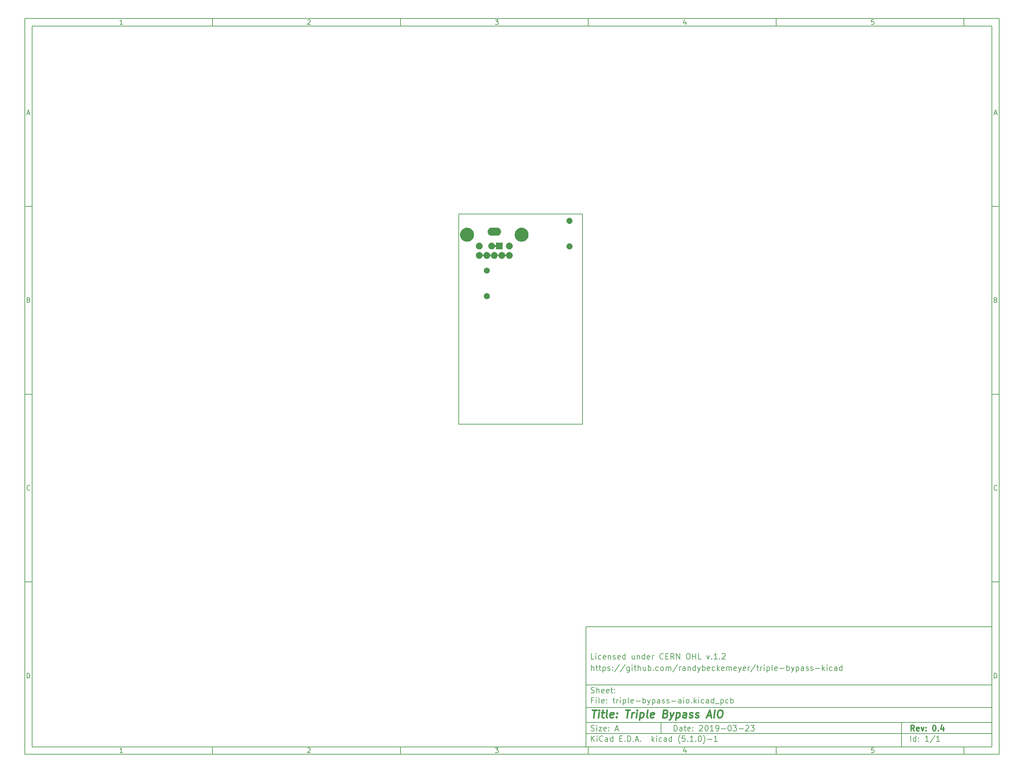
<source format=gbr>
G04 #@! TF.GenerationSoftware,KiCad,Pcbnew,(5.1.0)-1*
G04 #@! TF.CreationDate,2019-03-23T07:31:29-07:00*
G04 #@! TF.ProjectId,triple-bypass-aio,74726970-6c65-42d6-9279-706173732d61,0.4*
G04 #@! TF.SameCoordinates,Original*
G04 #@! TF.FileFunction,Soldermask,Bot*
G04 #@! TF.FilePolarity,Negative*
%FSLAX46Y46*%
G04 Gerber Fmt 4.6, Leading zero omitted, Abs format (unit mm)*
G04 Created by KiCad (PCBNEW (5.1.0)-1) date 2019-03-23 07:31:29*
%MOMM*%
%LPD*%
G04 APERTURE LIST*
%ADD10C,0.100000*%
%ADD11C,0.150000*%
%ADD12C,0.300000*%
%ADD13C,0.400000*%
%ADD14C,0.200000*%
%ADD15C,0.203200*%
G04 APERTURE END LIST*
D10*
D11*
X159400000Y-171900000D02*
X159400000Y-203900000D01*
X267400000Y-203900000D01*
X267400000Y-171900000D01*
X159400000Y-171900000D01*
D10*
D11*
X10000000Y-10000000D02*
X10000000Y-205900000D01*
X269400000Y-205900000D01*
X269400000Y-10000000D01*
X10000000Y-10000000D01*
D10*
D11*
X12000000Y-12000000D02*
X12000000Y-203900000D01*
X267400000Y-203900000D01*
X267400000Y-12000000D01*
X12000000Y-12000000D01*
D10*
D11*
X60000000Y-12000000D02*
X60000000Y-10000000D01*
D10*
D11*
X110000000Y-12000000D02*
X110000000Y-10000000D01*
D10*
D11*
X160000000Y-12000000D02*
X160000000Y-10000000D01*
D10*
D11*
X210000000Y-12000000D02*
X210000000Y-10000000D01*
D10*
D11*
X260000000Y-12000000D02*
X260000000Y-10000000D01*
D10*
D11*
X36065476Y-11588095D02*
X35322619Y-11588095D01*
X35694047Y-11588095D02*
X35694047Y-10288095D01*
X35570238Y-10473809D01*
X35446428Y-10597619D01*
X35322619Y-10659523D01*
D10*
D11*
X85322619Y-10411904D02*
X85384523Y-10350000D01*
X85508333Y-10288095D01*
X85817857Y-10288095D01*
X85941666Y-10350000D01*
X86003571Y-10411904D01*
X86065476Y-10535714D01*
X86065476Y-10659523D01*
X86003571Y-10845238D01*
X85260714Y-11588095D01*
X86065476Y-11588095D01*
D10*
D11*
X135260714Y-10288095D02*
X136065476Y-10288095D01*
X135632142Y-10783333D01*
X135817857Y-10783333D01*
X135941666Y-10845238D01*
X136003571Y-10907142D01*
X136065476Y-11030952D01*
X136065476Y-11340476D01*
X136003571Y-11464285D01*
X135941666Y-11526190D01*
X135817857Y-11588095D01*
X135446428Y-11588095D01*
X135322619Y-11526190D01*
X135260714Y-11464285D01*
D10*
D11*
X185941666Y-10721428D02*
X185941666Y-11588095D01*
X185632142Y-10226190D02*
X185322619Y-11154761D01*
X186127380Y-11154761D01*
D10*
D11*
X236003571Y-10288095D02*
X235384523Y-10288095D01*
X235322619Y-10907142D01*
X235384523Y-10845238D01*
X235508333Y-10783333D01*
X235817857Y-10783333D01*
X235941666Y-10845238D01*
X236003571Y-10907142D01*
X236065476Y-11030952D01*
X236065476Y-11340476D01*
X236003571Y-11464285D01*
X235941666Y-11526190D01*
X235817857Y-11588095D01*
X235508333Y-11588095D01*
X235384523Y-11526190D01*
X235322619Y-11464285D01*
D10*
D11*
X60000000Y-203900000D02*
X60000000Y-205900000D01*
D10*
D11*
X110000000Y-203900000D02*
X110000000Y-205900000D01*
D10*
D11*
X160000000Y-203900000D02*
X160000000Y-205900000D01*
D10*
D11*
X210000000Y-203900000D02*
X210000000Y-205900000D01*
D10*
D11*
X260000000Y-203900000D02*
X260000000Y-205900000D01*
D10*
D11*
X36065476Y-205488095D02*
X35322619Y-205488095D01*
X35694047Y-205488095D02*
X35694047Y-204188095D01*
X35570238Y-204373809D01*
X35446428Y-204497619D01*
X35322619Y-204559523D01*
D10*
D11*
X85322619Y-204311904D02*
X85384523Y-204250000D01*
X85508333Y-204188095D01*
X85817857Y-204188095D01*
X85941666Y-204250000D01*
X86003571Y-204311904D01*
X86065476Y-204435714D01*
X86065476Y-204559523D01*
X86003571Y-204745238D01*
X85260714Y-205488095D01*
X86065476Y-205488095D01*
D10*
D11*
X135260714Y-204188095D02*
X136065476Y-204188095D01*
X135632142Y-204683333D01*
X135817857Y-204683333D01*
X135941666Y-204745238D01*
X136003571Y-204807142D01*
X136065476Y-204930952D01*
X136065476Y-205240476D01*
X136003571Y-205364285D01*
X135941666Y-205426190D01*
X135817857Y-205488095D01*
X135446428Y-205488095D01*
X135322619Y-205426190D01*
X135260714Y-205364285D01*
D10*
D11*
X185941666Y-204621428D02*
X185941666Y-205488095D01*
X185632142Y-204126190D02*
X185322619Y-205054761D01*
X186127380Y-205054761D01*
D10*
D11*
X236003571Y-204188095D02*
X235384523Y-204188095D01*
X235322619Y-204807142D01*
X235384523Y-204745238D01*
X235508333Y-204683333D01*
X235817857Y-204683333D01*
X235941666Y-204745238D01*
X236003571Y-204807142D01*
X236065476Y-204930952D01*
X236065476Y-205240476D01*
X236003571Y-205364285D01*
X235941666Y-205426190D01*
X235817857Y-205488095D01*
X235508333Y-205488095D01*
X235384523Y-205426190D01*
X235322619Y-205364285D01*
D10*
D11*
X10000000Y-60000000D02*
X12000000Y-60000000D01*
D10*
D11*
X10000000Y-110000000D02*
X12000000Y-110000000D01*
D10*
D11*
X10000000Y-160000000D02*
X12000000Y-160000000D01*
D10*
D11*
X10690476Y-35216666D02*
X11309523Y-35216666D01*
X10566666Y-35588095D02*
X11000000Y-34288095D01*
X11433333Y-35588095D01*
D10*
D11*
X11092857Y-84907142D02*
X11278571Y-84969047D01*
X11340476Y-85030952D01*
X11402380Y-85154761D01*
X11402380Y-85340476D01*
X11340476Y-85464285D01*
X11278571Y-85526190D01*
X11154761Y-85588095D01*
X10659523Y-85588095D01*
X10659523Y-84288095D01*
X11092857Y-84288095D01*
X11216666Y-84350000D01*
X11278571Y-84411904D01*
X11340476Y-84535714D01*
X11340476Y-84659523D01*
X11278571Y-84783333D01*
X11216666Y-84845238D01*
X11092857Y-84907142D01*
X10659523Y-84907142D01*
D10*
D11*
X11402380Y-135464285D02*
X11340476Y-135526190D01*
X11154761Y-135588095D01*
X11030952Y-135588095D01*
X10845238Y-135526190D01*
X10721428Y-135402380D01*
X10659523Y-135278571D01*
X10597619Y-135030952D01*
X10597619Y-134845238D01*
X10659523Y-134597619D01*
X10721428Y-134473809D01*
X10845238Y-134350000D01*
X11030952Y-134288095D01*
X11154761Y-134288095D01*
X11340476Y-134350000D01*
X11402380Y-134411904D01*
D10*
D11*
X10659523Y-185588095D02*
X10659523Y-184288095D01*
X10969047Y-184288095D01*
X11154761Y-184350000D01*
X11278571Y-184473809D01*
X11340476Y-184597619D01*
X11402380Y-184845238D01*
X11402380Y-185030952D01*
X11340476Y-185278571D01*
X11278571Y-185402380D01*
X11154761Y-185526190D01*
X10969047Y-185588095D01*
X10659523Y-185588095D01*
D10*
D11*
X269400000Y-60000000D02*
X267400000Y-60000000D01*
D10*
D11*
X269400000Y-110000000D02*
X267400000Y-110000000D01*
D10*
D11*
X269400000Y-160000000D02*
X267400000Y-160000000D01*
D10*
D11*
X268090476Y-35216666D02*
X268709523Y-35216666D01*
X267966666Y-35588095D02*
X268400000Y-34288095D01*
X268833333Y-35588095D01*
D10*
D11*
X268492857Y-84907142D02*
X268678571Y-84969047D01*
X268740476Y-85030952D01*
X268802380Y-85154761D01*
X268802380Y-85340476D01*
X268740476Y-85464285D01*
X268678571Y-85526190D01*
X268554761Y-85588095D01*
X268059523Y-85588095D01*
X268059523Y-84288095D01*
X268492857Y-84288095D01*
X268616666Y-84350000D01*
X268678571Y-84411904D01*
X268740476Y-84535714D01*
X268740476Y-84659523D01*
X268678571Y-84783333D01*
X268616666Y-84845238D01*
X268492857Y-84907142D01*
X268059523Y-84907142D01*
D10*
D11*
X268802380Y-135464285D02*
X268740476Y-135526190D01*
X268554761Y-135588095D01*
X268430952Y-135588095D01*
X268245238Y-135526190D01*
X268121428Y-135402380D01*
X268059523Y-135278571D01*
X267997619Y-135030952D01*
X267997619Y-134845238D01*
X268059523Y-134597619D01*
X268121428Y-134473809D01*
X268245238Y-134350000D01*
X268430952Y-134288095D01*
X268554761Y-134288095D01*
X268740476Y-134350000D01*
X268802380Y-134411904D01*
D10*
D11*
X268059523Y-185588095D02*
X268059523Y-184288095D01*
X268369047Y-184288095D01*
X268554761Y-184350000D01*
X268678571Y-184473809D01*
X268740476Y-184597619D01*
X268802380Y-184845238D01*
X268802380Y-185030952D01*
X268740476Y-185278571D01*
X268678571Y-185402380D01*
X268554761Y-185526190D01*
X268369047Y-185588095D01*
X268059523Y-185588095D01*
D10*
D11*
X182832142Y-199678571D02*
X182832142Y-198178571D01*
X183189285Y-198178571D01*
X183403571Y-198250000D01*
X183546428Y-198392857D01*
X183617857Y-198535714D01*
X183689285Y-198821428D01*
X183689285Y-199035714D01*
X183617857Y-199321428D01*
X183546428Y-199464285D01*
X183403571Y-199607142D01*
X183189285Y-199678571D01*
X182832142Y-199678571D01*
X184975000Y-199678571D02*
X184975000Y-198892857D01*
X184903571Y-198750000D01*
X184760714Y-198678571D01*
X184475000Y-198678571D01*
X184332142Y-198750000D01*
X184975000Y-199607142D02*
X184832142Y-199678571D01*
X184475000Y-199678571D01*
X184332142Y-199607142D01*
X184260714Y-199464285D01*
X184260714Y-199321428D01*
X184332142Y-199178571D01*
X184475000Y-199107142D01*
X184832142Y-199107142D01*
X184975000Y-199035714D01*
X185475000Y-198678571D02*
X186046428Y-198678571D01*
X185689285Y-198178571D02*
X185689285Y-199464285D01*
X185760714Y-199607142D01*
X185903571Y-199678571D01*
X186046428Y-199678571D01*
X187117857Y-199607142D02*
X186975000Y-199678571D01*
X186689285Y-199678571D01*
X186546428Y-199607142D01*
X186475000Y-199464285D01*
X186475000Y-198892857D01*
X186546428Y-198750000D01*
X186689285Y-198678571D01*
X186975000Y-198678571D01*
X187117857Y-198750000D01*
X187189285Y-198892857D01*
X187189285Y-199035714D01*
X186475000Y-199178571D01*
X187832142Y-199535714D02*
X187903571Y-199607142D01*
X187832142Y-199678571D01*
X187760714Y-199607142D01*
X187832142Y-199535714D01*
X187832142Y-199678571D01*
X187832142Y-198750000D02*
X187903571Y-198821428D01*
X187832142Y-198892857D01*
X187760714Y-198821428D01*
X187832142Y-198750000D01*
X187832142Y-198892857D01*
X189617857Y-198321428D02*
X189689285Y-198250000D01*
X189832142Y-198178571D01*
X190189285Y-198178571D01*
X190332142Y-198250000D01*
X190403571Y-198321428D01*
X190475000Y-198464285D01*
X190475000Y-198607142D01*
X190403571Y-198821428D01*
X189546428Y-199678571D01*
X190475000Y-199678571D01*
X191403571Y-198178571D02*
X191546428Y-198178571D01*
X191689285Y-198250000D01*
X191760714Y-198321428D01*
X191832142Y-198464285D01*
X191903571Y-198750000D01*
X191903571Y-199107142D01*
X191832142Y-199392857D01*
X191760714Y-199535714D01*
X191689285Y-199607142D01*
X191546428Y-199678571D01*
X191403571Y-199678571D01*
X191260714Y-199607142D01*
X191189285Y-199535714D01*
X191117857Y-199392857D01*
X191046428Y-199107142D01*
X191046428Y-198750000D01*
X191117857Y-198464285D01*
X191189285Y-198321428D01*
X191260714Y-198250000D01*
X191403571Y-198178571D01*
X193332142Y-199678571D02*
X192475000Y-199678571D01*
X192903571Y-199678571D02*
X192903571Y-198178571D01*
X192760714Y-198392857D01*
X192617857Y-198535714D01*
X192475000Y-198607142D01*
X194046428Y-199678571D02*
X194332142Y-199678571D01*
X194475000Y-199607142D01*
X194546428Y-199535714D01*
X194689285Y-199321428D01*
X194760714Y-199035714D01*
X194760714Y-198464285D01*
X194689285Y-198321428D01*
X194617857Y-198250000D01*
X194475000Y-198178571D01*
X194189285Y-198178571D01*
X194046428Y-198250000D01*
X193975000Y-198321428D01*
X193903571Y-198464285D01*
X193903571Y-198821428D01*
X193975000Y-198964285D01*
X194046428Y-199035714D01*
X194189285Y-199107142D01*
X194475000Y-199107142D01*
X194617857Y-199035714D01*
X194689285Y-198964285D01*
X194760714Y-198821428D01*
X195403571Y-199107142D02*
X196546428Y-199107142D01*
X197546428Y-198178571D02*
X197689285Y-198178571D01*
X197832142Y-198250000D01*
X197903571Y-198321428D01*
X197975000Y-198464285D01*
X198046428Y-198750000D01*
X198046428Y-199107142D01*
X197975000Y-199392857D01*
X197903571Y-199535714D01*
X197832142Y-199607142D01*
X197689285Y-199678571D01*
X197546428Y-199678571D01*
X197403571Y-199607142D01*
X197332142Y-199535714D01*
X197260714Y-199392857D01*
X197189285Y-199107142D01*
X197189285Y-198750000D01*
X197260714Y-198464285D01*
X197332142Y-198321428D01*
X197403571Y-198250000D01*
X197546428Y-198178571D01*
X198546428Y-198178571D02*
X199475000Y-198178571D01*
X198975000Y-198750000D01*
X199189285Y-198750000D01*
X199332142Y-198821428D01*
X199403571Y-198892857D01*
X199475000Y-199035714D01*
X199475000Y-199392857D01*
X199403571Y-199535714D01*
X199332142Y-199607142D01*
X199189285Y-199678571D01*
X198760714Y-199678571D01*
X198617857Y-199607142D01*
X198546428Y-199535714D01*
X200117857Y-199107142D02*
X201260714Y-199107142D01*
X201903571Y-198321428D02*
X201975000Y-198250000D01*
X202117857Y-198178571D01*
X202475000Y-198178571D01*
X202617857Y-198250000D01*
X202689285Y-198321428D01*
X202760714Y-198464285D01*
X202760714Y-198607142D01*
X202689285Y-198821428D01*
X201832142Y-199678571D01*
X202760714Y-199678571D01*
X203260714Y-198178571D02*
X204189285Y-198178571D01*
X203689285Y-198750000D01*
X203903571Y-198750000D01*
X204046428Y-198821428D01*
X204117857Y-198892857D01*
X204189285Y-199035714D01*
X204189285Y-199392857D01*
X204117857Y-199535714D01*
X204046428Y-199607142D01*
X203903571Y-199678571D01*
X203475000Y-199678571D01*
X203332142Y-199607142D01*
X203260714Y-199535714D01*
D10*
D11*
X159400000Y-200400000D02*
X267400000Y-200400000D01*
D10*
D11*
X160832142Y-202478571D02*
X160832142Y-200978571D01*
X161689285Y-202478571D02*
X161046428Y-201621428D01*
X161689285Y-200978571D02*
X160832142Y-201835714D01*
X162332142Y-202478571D02*
X162332142Y-201478571D01*
X162332142Y-200978571D02*
X162260714Y-201050000D01*
X162332142Y-201121428D01*
X162403571Y-201050000D01*
X162332142Y-200978571D01*
X162332142Y-201121428D01*
X163903571Y-202335714D02*
X163832142Y-202407142D01*
X163617857Y-202478571D01*
X163475000Y-202478571D01*
X163260714Y-202407142D01*
X163117857Y-202264285D01*
X163046428Y-202121428D01*
X162975000Y-201835714D01*
X162975000Y-201621428D01*
X163046428Y-201335714D01*
X163117857Y-201192857D01*
X163260714Y-201050000D01*
X163475000Y-200978571D01*
X163617857Y-200978571D01*
X163832142Y-201050000D01*
X163903571Y-201121428D01*
X165189285Y-202478571D02*
X165189285Y-201692857D01*
X165117857Y-201550000D01*
X164975000Y-201478571D01*
X164689285Y-201478571D01*
X164546428Y-201550000D01*
X165189285Y-202407142D02*
X165046428Y-202478571D01*
X164689285Y-202478571D01*
X164546428Y-202407142D01*
X164475000Y-202264285D01*
X164475000Y-202121428D01*
X164546428Y-201978571D01*
X164689285Y-201907142D01*
X165046428Y-201907142D01*
X165189285Y-201835714D01*
X166546428Y-202478571D02*
X166546428Y-200978571D01*
X166546428Y-202407142D02*
X166403571Y-202478571D01*
X166117857Y-202478571D01*
X165975000Y-202407142D01*
X165903571Y-202335714D01*
X165832142Y-202192857D01*
X165832142Y-201764285D01*
X165903571Y-201621428D01*
X165975000Y-201550000D01*
X166117857Y-201478571D01*
X166403571Y-201478571D01*
X166546428Y-201550000D01*
X168403571Y-201692857D02*
X168903571Y-201692857D01*
X169117857Y-202478571D02*
X168403571Y-202478571D01*
X168403571Y-200978571D01*
X169117857Y-200978571D01*
X169760714Y-202335714D02*
X169832142Y-202407142D01*
X169760714Y-202478571D01*
X169689285Y-202407142D01*
X169760714Y-202335714D01*
X169760714Y-202478571D01*
X170475000Y-202478571D02*
X170475000Y-200978571D01*
X170832142Y-200978571D01*
X171046428Y-201050000D01*
X171189285Y-201192857D01*
X171260714Y-201335714D01*
X171332142Y-201621428D01*
X171332142Y-201835714D01*
X171260714Y-202121428D01*
X171189285Y-202264285D01*
X171046428Y-202407142D01*
X170832142Y-202478571D01*
X170475000Y-202478571D01*
X171975000Y-202335714D02*
X172046428Y-202407142D01*
X171975000Y-202478571D01*
X171903571Y-202407142D01*
X171975000Y-202335714D01*
X171975000Y-202478571D01*
X172617857Y-202050000D02*
X173332142Y-202050000D01*
X172475000Y-202478571D02*
X172975000Y-200978571D01*
X173475000Y-202478571D01*
X173975000Y-202335714D02*
X174046428Y-202407142D01*
X173975000Y-202478571D01*
X173903571Y-202407142D01*
X173975000Y-202335714D01*
X173975000Y-202478571D01*
X176975000Y-202478571D02*
X176975000Y-200978571D01*
X177117857Y-201907142D02*
X177546428Y-202478571D01*
X177546428Y-201478571D02*
X176975000Y-202050000D01*
X178189285Y-202478571D02*
X178189285Y-201478571D01*
X178189285Y-200978571D02*
X178117857Y-201050000D01*
X178189285Y-201121428D01*
X178260714Y-201050000D01*
X178189285Y-200978571D01*
X178189285Y-201121428D01*
X179546428Y-202407142D02*
X179403571Y-202478571D01*
X179117857Y-202478571D01*
X178975000Y-202407142D01*
X178903571Y-202335714D01*
X178832142Y-202192857D01*
X178832142Y-201764285D01*
X178903571Y-201621428D01*
X178975000Y-201550000D01*
X179117857Y-201478571D01*
X179403571Y-201478571D01*
X179546428Y-201550000D01*
X180832142Y-202478571D02*
X180832142Y-201692857D01*
X180760714Y-201550000D01*
X180617857Y-201478571D01*
X180332142Y-201478571D01*
X180189285Y-201550000D01*
X180832142Y-202407142D02*
X180689285Y-202478571D01*
X180332142Y-202478571D01*
X180189285Y-202407142D01*
X180117857Y-202264285D01*
X180117857Y-202121428D01*
X180189285Y-201978571D01*
X180332142Y-201907142D01*
X180689285Y-201907142D01*
X180832142Y-201835714D01*
X182189285Y-202478571D02*
X182189285Y-200978571D01*
X182189285Y-202407142D02*
X182046428Y-202478571D01*
X181760714Y-202478571D01*
X181617857Y-202407142D01*
X181546428Y-202335714D01*
X181475000Y-202192857D01*
X181475000Y-201764285D01*
X181546428Y-201621428D01*
X181617857Y-201550000D01*
X181760714Y-201478571D01*
X182046428Y-201478571D01*
X182189285Y-201550000D01*
X184475000Y-203050000D02*
X184403571Y-202978571D01*
X184260714Y-202764285D01*
X184189285Y-202621428D01*
X184117857Y-202407142D01*
X184046428Y-202050000D01*
X184046428Y-201764285D01*
X184117857Y-201407142D01*
X184189285Y-201192857D01*
X184260714Y-201050000D01*
X184403571Y-200835714D01*
X184475000Y-200764285D01*
X185760714Y-200978571D02*
X185046428Y-200978571D01*
X184975000Y-201692857D01*
X185046428Y-201621428D01*
X185189285Y-201550000D01*
X185546428Y-201550000D01*
X185689285Y-201621428D01*
X185760714Y-201692857D01*
X185832142Y-201835714D01*
X185832142Y-202192857D01*
X185760714Y-202335714D01*
X185689285Y-202407142D01*
X185546428Y-202478571D01*
X185189285Y-202478571D01*
X185046428Y-202407142D01*
X184975000Y-202335714D01*
X186475000Y-202335714D02*
X186546428Y-202407142D01*
X186475000Y-202478571D01*
X186403571Y-202407142D01*
X186475000Y-202335714D01*
X186475000Y-202478571D01*
X187975000Y-202478571D02*
X187117857Y-202478571D01*
X187546428Y-202478571D02*
X187546428Y-200978571D01*
X187403571Y-201192857D01*
X187260714Y-201335714D01*
X187117857Y-201407142D01*
X188617857Y-202335714D02*
X188689285Y-202407142D01*
X188617857Y-202478571D01*
X188546428Y-202407142D01*
X188617857Y-202335714D01*
X188617857Y-202478571D01*
X189617857Y-200978571D02*
X189760714Y-200978571D01*
X189903571Y-201050000D01*
X189975000Y-201121428D01*
X190046428Y-201264285D01*
X190117857Y-201550000D01*
X190117857Y-201907142D01*
X190046428Y-202192857D01*
X189975000Y-202335714D01*
X189903571Y-202407142D01*
X189760714Y-202478571D01*
X189617857Y-202478571D01*
X189475000Y-202407142D01*
X189403571Y-202335714D01*
X189332142Y-202192857D01*
X189260714Y-201907142D01*
X189260714Y-201550000D01*
X189332142Y-201264285D01*
X189403571Y-201121428D01*
X189475000Y-201050000D01*
X189617857Y-200978571D01*
X190617857Y-203050000D02*
X190689285Y-202978571D01*
X190832142Y-202764285D01*
X190903571Y-202621428D01*
X190975000Y-202407142D01*
X191046428Y-202050000D01*
X191046428Y-201764285D01*
X190975000Y-201407142D01*
X190903571Y-201192857D01*
X190832142Y-201050000D01*
X190689285Y-200835714D01*
X190617857Y-200764285D01*
X191760714Y-201907142D02*
X192903571Y-201907142D01*
X194403571Y-202478571D02*
X193546428Y-202478571D01*
X193975000Y-202478571D02*
X193975000Y-200978571D01*
X193832142Y-201192857D01*
X193689285Y-201335714D01*
X193546428Y-201407142D01*
D10*
D11*
X159400000Y-197400000D02*
X267400000Y-197400000D01*
D10*
D12*
X246809285Y-199678571D02*
X246309285Y-198964285D01*
X245952142Y-199678571D02*
X245952142Y-198178571D01*
X246523571Y-198178571D01*
X246666428Y-198250000D01*
X246737857Y-198321428D01*
X246809285Y-198464285D01*
X246809285Y-198678571D01*
X246737857Y-198821428D01*
X246666428Y-198892857D01*
X246523571Y-198964285D01*
X245952142Y-198964285D01*
X248023571Y-199607142D02*
X247880714Y-199678571D01*
X247595000Y-199678571D01*
X247452142Y-199607142D01*
X247380714Y-199464285D01*
X247380714Y-198892857D01*
X247452142Y-198750000D01*
X247595000Y-198678571D01*
X247880714Y-198678571D01*
X248023571Y-198750000D01*
X248095000Y-198892857D01*
X248095000Y-199035714D01*
X247380714Y-199178571D01*
X248595000Y-198678571D02*
X248952142Y-199678571D01*
X249309285Y-198678571D01*
X249880714Y-199535714D02*
X249952142Y-199607142D01*
X249880714Y-199678571D01*
X249809285Y-199607142D01*
X249880714Y-199535714D01*
X249880714Y-199678571D01*
X249880714Y-198750000D02*
X249952142Y-198821428D01*
X249880714Y-198892857D01*
X249809285Y-198821428D01*
X249880714Y-198750000D01*
X249880714Y-198892857D01*
X252023571Y-198178571D02*
X252166428Y-198178571D01*
X252309285Y-198250000D01*
X252380714Y-198321428D01*
X252452142Y-198464285D01*
X252523571Y-198750000D01*
X252523571Y-199107142D01*
X252452142Y-199392857D01*
X252380714Y-199535714D01*
X252309285Y-199607142D01*
X252166428Y-199678571D01*
X252023571Y-199678571D01*
X251880714Y-199607142D01*
X251809285Y-199535714D01*
X251737857Y-199392857D01*
X251666428Y-199107142D01*
X251666428Y-198750000D01*
X251737857Y-198464285D01*
X251809285Y-198321428D01*
X251880714Y-198250000D01*
X252023571Y-198178571D01*
X253166428Y-199535714D02*
X253237857Y-199607142D01*
X253166428Y-199678571D01*
X253095000Y-199607142D01*
X253166428Y-199535714D01*
X253166428Y-199678571D01*
X254523571Y-198678571D02*
X254523571Y-199678571D01*
X254166428Y-198107142D02*
X253809285Y-199178571D01*
X254737857Y-199178571D01*
D10*
D11*
X160760714Y-199607142D02*
X160975000Y-199678571D01*
X161332142Y-199678571D01*
X161475000Y-199607142D01*
X161546428Y-199535714D01*
X161617857Y-199392857D01*
X161617857Y-199250000D01*
X161546428Y-199107142D01*
X161475000Y-199035714D01*
X161332142Y-198964285D01*
X161046428Y-198892857D01*
X160903571Y-198821428D01*
X160832142Y-198750000D01*
X160760714Y-198607142D01*
X160760714Y-198464285D01*
X160832142Y-198321428D01*
X160903571Y-198250000D01*
X161046428Y-198178571D01*
X161403571Y-198178571D01*
X161617857Y-198250000D01*
X162260714Y-199678571D02*
X162260714Y-198678571D01*
X162260714Y-198178571D02*
X162189285Y-198250000D01*
X162260714Y-198321428D01*
X162332142Y-198250000D01*
X162260714Y-198178571D01*
X162260714Y-198321428D01*
X162832142Y-198678571D02*
X163617857Y-198678571D01*
X162832142Y-199678571D01*
X163617857Y-199678571D01*
X164760714Y-199607142D02*
X164617857Y-199678571D01*
X164332142Y-199678571D01*
X164189285Y-199607142D01*
X164117857Y-199464285D01*
X164117857Y-198892857D01*
X164189285Y-198750000D01*
X164332142Y-198678571D01*
X164617857Y-198678571D01*
X164760714Y-198750000D01*
X164832142Y-198892857D01*
X164832142Y-199035714D01*
X164117857Y-199178571D01*
X165475000Y-199535714D02*
X165546428Y-199607142D01*
X165475000Y-199678571D01*
X165403571Y-199607142D01*
X165475000Y-199535714D01*
X165475000Y-199678571D01*
X165475000Y-198750000D02*
X165546428Y-198821428D01*
X165475000Y-198892857D01*
X165403571Y-198821428D01*
X165475000Y-198750000D01*
X165475000Y-198892857D01*
X167260714Y-199250000D02*
X167975000Y-199250000D01*
X167117857Y-199678571D02*
X167617857Y-198178571D01*
X168117857Y-199678571D01*
D10*
D11*
X245832142Y-202478571D02*
X245832142Y-200978571D01*
X247189285Y-202478571D02*
X247189285Y-200978571D01*
X247189285Y-202407142D02*
X247046428Y-202478571D01*
X246760714Y-202478571D01*
X246617857Y-202407142D01*
X246546428Y-202335714D01*
X246475000Y-202192857D01*
X246475000Y-201764285D01*
X246546428Y-201621428D01*
X246617857Y-201550000D01*
X246760714Y-201478571D01*
X247046428Y-201478571D01*
X247189285Y-201550000D01*
X247903571Y-202335714D02*
X247975000Y-202407142D01*
X247903571Y-202478571D01*
X247832142Y-202407142D01*
X247903571Y-202335714D01*
X247903571Y-202478571D01*
X247903571Y-201550000D02*
X247975000Y-201621428D01*
X247903571Y-201692857D01*
X247832142Y-201621428D01*
X247903571Y-201550000D01*
X247903571Y-201692857D01*
X250546428Y-202478571D02*
X249689285Y-202478571D01*
X250117857Y-202478571D02*
X250117857Y-200978571D01*
X249975000Y-201192857D01*
X249832142Y-201335714D01*
X249689285Y-201407142D01*
X252260714Y-200907142D02*
X250975000Y-202835714D01*
X253546428Y-202478571D02*
X252689285Y-202478571D01*
X253117857Y-202478571D02*
X253117857Y-200978571D01*
X252975000Y-201192857D01*
X252832142Y-201335714D01*
X252689285Y-201407142D01*
D10*
D11*
X159400000Y-193400000D02*
X267400000Y-193400000D01*
D10*
D13*
X161112380Y-194104761D02*
X162255238Y-194104761D01*
X161433809Y-196104761D02*
X161683809Y-194104761D01*
X162671904Y-196104761D02*
X162838571Y-194771428D01*
X162921904Y-194104761D02*
X162814761Y-194200000D01*
X162898095Y-194295238D01*
X163005238Y-194200000D01*
X162921904Y-194104761D01*
X162898095Y-194295238D01*
X163505238Y-194771428D02*
X164267142Y-194771428D01*
X163874285Y-194104761D02*
X163660000Y-195819047D01*
X163731428Y-196009523D01*
X163910000Y-196104761D01*
X164100476Y-196104761D01*
X165052857Y-196104761D02*
X164874285Y-196009523D01*
X164802857Y-195819047D01*
X165017142Y-194104761D01*
X166588571Y-196009523D02*
X166386190Y-196104761D01*
X166005238Y-196104761D01*
X165826666Y-196009523D01*
X165755238Y-195819047D01*
X165850476Y-195057142D01*
X165969523Y-194866666D01*
X166171904Y-194771428D01*
X166552857Y-194771428D01*
X166731428Y-194866666D01*
X166802857Y-195057142D01*
X166779047Y-195247619D01*
X165802857Y-195438095D01*
X167552857Y-195914285D02*
X167636190Y-196009523D01*
X167529047Y-196104761D01*
X167445714Y-196009523D01*
X167552857Y-195914285D01*
X167529047Y-196104761D01*
X167683809Y-194866666D02*
X167767142Y-194961904D01*
X167660000Y-195057142D01*
X167576666Y-194961904D01*
X167683809Y-194866666D01*
X167660000Y-195057142D01*
X169969523Y-194104761D02*
X171112380Y-194104761D01*
X170290952Y-196104761D02*
X170540952Y-194104761D01*
X171529047Y-196104761D02*
X171695714Y-194771428D01*
X171648095Y-195152380D02*
X171767142Y-194961904D01*
X171874285Y-194866666D01*
X172076666Y-194771428D01*
X172267142Y-194771428D01*
X172767142Y-196104761D02*
X172933809Y-194771428D01*
X173017142Y-194104761D02*
X172910000Y-194200000D01*
X172993333Y-194295238D01*
X173100476Y-194200000D01*
X173017142Y-194104761D01*
X172993333Y-194295238D01*
X173886190Y-194771428D02*
X173636190Y-196771428D01*
X173874285Y-194866666D02*
X174076666Y-194771428D01*
X174457619Y-194771428D01*
X174636190Y-194866666D01*
X174719523Y-194961904D01*
X174790952Y-195152380D01*
X174719523Y-195723809D01*
X174600476Y-195914285D01*
X174493333Y-196009523D01*
X174290952Y-196104761D01*
X173910000Y-196104761D01*
X173731428Y-196009523D01*
X175814761Y-196104761D02*
X175636190Y-196009523D01*
X175564761Y-195819047D01*
X175779047Y-194104761D01*
X177350476Y-196009523D02*
X177148095Y-196104761D01*
X176767142Y-196104761D01*
X176588571Y-196009523D01*
X176517142Y-195819047D01*
X176612380Y-195057142D01*
X176731428Y-194866666D01*
X176933809Y-194771428D01*
X177314761Y-194771428D01*
X177493333Y-194866666D01*
X177564761Y-195057142D01*
X177540952Y-195247619D01*
X176564761Y-195438095D01*
X180612380Y-195057142D02*
X180886190Y-195152380D01*
X180969523Y-195247619D01*
X181040952Y-195438095D01*
X181005238Y-195723809D01*
X180886190Y-195914285D01*
X180779047Y-196009523D01*
X180576666Y-196104761D01*
X179814761Y-196104761D01*
X180064761Y-194104761D01*
X180731428Y-194104761D01*
X180910000Y-194200000D01*
X180993333Y-194295238D01*
X181064761Y-194485714D01*
X181040952Y-194676190D01*
X180921904Y-194866666D01*
X180814761Y-194961904D01*
X180612380Y-195057142D01*
X179945714Y-195057142D01*
X181790952Y-194771428D02*
X182100476Y-196104761D01*
X182743333Y-194771428D02*
X182100476Y-196104761D01*
X181850476Y-196580952D01*
X181743333Y-196676190D01*
X181540952Y-196771428D01*
X183505238Y-194771428D02*
X183255238Y-196771428D01*
X183493333Y-194866666D02*
X183695714Y-194771428D01*
X184076666Y-194771428D01*
X184255238Y-194866666D01*
X184338571Y-194961904D01*
X184410000Y-195152380D01*
X184338571Y-195723809D01*
X184219523Y-195914285D01*
X184112380Y-196009523D01*
X183910000Y-196104761D01*
X183529047Y-196104761D01*
X183350476Y-196009523D01*
X186005238Y-196104761D02*
X186136190Y-195057142D01*
X186064761Y-194866666D01*
X185886190Y-194771428D01*
X185505238Y-194771428D01*
X185302857Y-194866666D01*
X186017142Y-196009523D02*
X185814761Y-196104761D01*
X185338571Y-196104761D01*
X185160000Y-196009523D01*
X185088571Y-195819047D01*
X185112380Y-195628571D01*
X185231428Y-195438095D01*
X185433809Y-195342857D01*
X185910000Y-195342857D01*
X186112380Y-195247619D01*
X186874285Y-196009523D02*
X187052857Y-196104761D01*
X187433809Y-196104761D01*
X187636190Y-196009523D01*
X187755238Y-195819047D01*
X187767142Y-195723809D01*
X187695714Y-195533333D01*
X187517142Y-195438095D01*
X187231428Y-195438095D01*
X187052857Y-195342857D01*
X186981428Y-195152380D01*
X186993333Y-195057142D01*
X187112380Y-194866666D01*
X187314761Y-194771428D01*
X187600476Y-194771428D01*
X187779047Y-194866666D01*
X188493333Y-196009523D02*
X188671904Y-196104761D01*
X189052857Y-196104761D01*
X189255238Y-196009523D01*
X189374285Y-195819047D01*
X189386190Y-195723809D01*
X189314761Y-195533333D01*
X189136190Y-195438095D01*
X188850476Y-195438095D01*
X188671904Y-195342857D01*
X188600476Y-195152380D01*
X188612380Y-195057142D01*
X188731428Y-194866666D01*
X188933809Y-194771428D01*
X189219523Y-194771428D01*
X189398095Y-194866666D01*
X191695714Y-195533333D02*
X192648095Y-195533333D01*
X191433809Y-196104761D02*
X192350476Y-194104761D01*
X192767142Y-196104761D01*
X193433809Y-196104761D02*
X193683809Y-194104761D01*
X195017142Y-194104761D02*
X195398095Y-194104761D01*
X195576666Y-194200000D01*
X195743333Y-194390476D01*
X195790952Y-194771428D01*
X195707619Y-195438095D01*
X195564761Y-195819047D01*
X195350476Y-196009523D01*
X195148095Y-196104761D01*
X194767142Y-196104761D01*
X194588571Y-196009523D01*
X194421904Y-195819047D01*
X194374285Y-195438095D01*
X194457619Y-194771428D01*
X194600476Y-194390476D01*
X194814761Y-194200000D01*
X195017142Y-194104761D01*
D10*
D11*
X161332142Y-191492857D02*
X160832142Y-191492857D01*
X160832142Y-192278571D02*
X160832142Y-190778571D01*
X161546428Y-190778571D01*
X162117857Y-192278571D02*
X162117857Y-191278571D01*
X162117857Y-190778571D02*
X162046428Y-190850000D01*
X162117857Y-190921428D01*
X162189285Y-190850000D01*
X162117857Y-190778571D01*
X162117857Y-190921428D01*
X163046428Y-192278571D02*
X162903571Y-192207142D01*
X162832142Y-192064285D01*
X162832142Y-190778571D01*
X164189285Y-192207142D02*
X164046428Y-192278571D01*
X163760714Y-192278571D01*
X163617857Y-192207142D01*
X163546428Y-192064285D01*
X163546428Y-191492857D01*
X163617857Y-191350000D01*
X163760714Y-191278571D01*
X164046428Y-191278571D01*
X164189285Y-191350000D01*
X164260714Y-191492857D01*
X164260714Y-191635714D01*
X163546428Y-191778571D01*
X164903571Y-192135714D02*
X164975000Y-192207142D01*
X164903571Y-192278571D01*
X164832142Y-192207142D01*
X164903571Y-192135714D01*
X164903571Y-192278571D01*
X164903571Y-191350000D02*
X164975000Y-191421428D01*
X164903571Y-191492857D01*
X164832142Y-191421428D01*
X164903571Y-191350000D01*
X164903571Y-191492857D01*
X166546428Y-191278571D02*
X167117857Y-191278571D01*
X166760714Y-190778571D02*
X166760714Y-192064285D01*
X166832142Y-192207142D01*
X166975000Y-192278571D01*
X167117857Y-192278571D01*
X167617857Y-192278571D02*
X167617857Y-191278571D01*
X167617857Y-191564285D02*
X167689285Y-191421428D01*
X167760714Y-191350000D01*
X167903571Y-191278571D01*
X168046428Y-191278571D01*
X168546428Y-192278571D02*
X168546428Y-191278571D01*
X168546428Y-190778571D02*
X168475000Y-190850000D01*
X168546428Y-190921428D01*
X168617857Y-190850000D01*
X168546428Y-190778571D01*
X168546428Y-190921428D01*
X169260714Y-191278571D02*
X169260714Y-192778571D01*
X169260714Y-191350000D02*
X169403571Y-191278571D01*
X169689285Y-191278571D01*
X169832142Y-191350000D01*
X169903571Y-191421428D01*
X169975000Y-191564285D01*
X169975000Y-191992857D01*
X169903571Y-192135714D01*
X169832142Y-192207142D01*
X169689285Y-192278571D01*
X169403571Y-192278571D01*
X169260714Y-192207142D01*
X170832142Y-192278571D02*
X170689285Y-192207142D01*
X170617857Y-192064285D01*
X170617857Y-190778571D01*
X171975000Y-192207142D02*
X171832142Y-192278571D01*
X171546428Y-192278571D01*
X171403571Y-192207142D01*
X171332142Y-192064285D01*
X171332142Y-191492857D01*
X171403571Y-191350000D01*
X171546428Y-191278571D01*
X171832142Y-191278571D01*
X171975000Y-191350000D01*
X172046428Y-191492857D01*
X172046428Y-191635714D01*
X171332142Y-191778571D01*
X172689285Y-191707142D02*
X173832142Y-191707142D01*
X174546428Y-192278571D02*
X174546428Y-190778571D01*
X174546428Y-191350000D02*
X174689285Y-191278571D01*
X174975000Y-191278571D01*
X175117857Y-191350000D01*
X175189285Y-191421428D01*
X175260714Y-191564285D01*
X175260714Y-191992857D01*
X175189285Y-192135714D01*
X175117857Y-192207142D01*
X174975000Y-192278571D01*
X174689285Y-192278571D01*
X174546428Y-192207142D01*
X175760714Y-191278571D02*
X176117857Y-192278571D01*
X176475000Y-191278571D02*
X176117857Y-192278571D01*
X175975000Y-192635714D01*
X175903571Y-192707142D01*
X175760714Y-192778571D01*
X177046428Y-191278571D02*
X177046428Y-192778571D01*
X177046428Y-191350000D02*
X177189285Y-191278571D01*
X177475000Y-191278571D01*
X177617857Y-191350000D01*
X177689285Y-191421428D01*
X177760714Y-191564285D01*
X177760714Y-191992857D01*
X177689285Y-192135714D01*
X177617857Y-192207142D01*
X177475000Y-192278571D01*
X177189285Y-192278571D01*
X177046428Y-192207142D01*
X179046428Y-192278571D02*
X179046428Y-191492857D01*
X178975000Y-191350000D01*
X178832142Y-191278571D01*
X178546428Y-191278571D01*
X178403571Y-191350000D01*
X179046428Y-192207142D02*
X178903571Y-192278571D01*
X178546428Y-192278571D01*
X178403571Y-192207142D01*
X178332142Y-192064285D01*
X178332142Y-191921428D01*
X178403571Y-191778571D01*
X178546428Y-191707142D01*
X178903571Y-191707142D01*
X179046428Y-191635714D01*
X179689285Y-192207142D02*
X179832142Y-192278571D01*
X180117857Y-192278571D01*
X180260714Y-192207142D01*
X180332142Y-192064285D01*
X180332142Y-191992857D01*
X180260714Y-191850000D01*
X180117857Y-191778571D01*
X179903571Y-191778571D01*
X179760714Y-191707142D01*
X179689285Y-191564285D01*
X179689285Y-191492857D01*
X179760714Y-191350000D01*
X179903571Y-191278571D01*
X180117857Y-191278571D01*
X180260714Y-191350000D01*
X180903571Y-192207142D02*
X181046428Y-192278571D01*
X181332142Y-192278571D01*
X181475000Y-192207142D01*
X181546428Y-192064285D01*
X181546428Y-191992857D01*
X181475000Y-191850000D01*
X181332142Y-191778571D01*
X181117857Y-191778571D01*
X180975000Y-191707142D01*
X180903571Y-191564285D01*
X180903571Y-191492857D01*
X180975000Y-191350000D01*
X181117857Y-191278571D01*
X181332142Y-191278571D01*
X181475000Y-191350000D01*
X182189285Y-191707142D02*
X183332142Y-191707142D01*
X184689285Y-192278571D02*
X184689285Y-191492857D01*
X184617857Y-191350000D01*
X184475000Y-191278571D01*
X184189285Y-191278571D01*
X184046428Y-191350000D01*
X184689285Y-192207142D02*
X184546428Y-192278571D01*
X184189285Y-192278571D01*
X184046428Y-192207142D01*
X183975000Y-192064285D01*
X183975000Y-191921428D01*
X184046428Y-191778571D01*
X184189285Y-191707142D01*
X184546428Y-191707142D01*
X184689285Y-191635714D01*
X185403571Y-192278571D02*
X185403571Y-191278571D01*
X185403571Y-190778571D02*
X185332142Y-190850000D01*
X185403571Y-190921428D01*
X185475000Y-190850000D01*
X185403571Y-190778571D01*
X185403571Y-190921428D01*
X186332142Y-192278571D02*
X186189285Y-192207142D01*
X186117857Y-192135714D01*
X186046428Y-191992857D01*
X186046428Y-191564285D01*
X186117857Y-191421428D01*
X186189285Y-191350000D01*
X186332142Y-191278571D01*
X186546428Y-191278571D01*
X186689285Y-191350000D01*
X186760714Y-191421428D01*
X186832142Y-191564285D01*
X186832142Y-191992857D01*
X186760714Y-192135714D01*
X186689285Y-192207142D01*
X186546428Y-192278571D01*
X186332142Y-192278571D01*
X187475000Y-192135714D02*
X187546428Y-192207142D01*
X187475000Y-192278571D01*
X187403571Y-192207142D01*
X187475000Y-192135714D01*
X187475000Y-192278571D01*
X188189285Y-192278571D02*
X188189285Y-190778571D01*
X188332142Y-191707142D02*
X188760714Y-192278571D01*
X188760714Y-191278571D02*
X188189285Y-191850000D01*
X189403571Y-192278571D02*
X189403571Y-191278571D01*
X189403571Y-190778571D02*
X189332142Y-190850000D01*
X189403571Y-190921428D01*
X189475000Y-190850000D01*
X189403571Y-190778571D01*
X189403571Y-190921428D01*
X190760714Y-192207142D02*
X190617857Y-192278571D01*
X190332142Y-192278571D01*
X190189285Y-192207142D01*
X190117857Y-192135714D01*
X190046428Y-191992857D01*
X190046428Y-191564285D01*
X190117857Y-191421428D01*
X190189285Y-191350000D01*
X190332142Y-191278571D01*
X190617857Y-191278571D01*
X190760714Y-191350000D01*
X192046428Y-192278571D02*
X192046428Y-191492857D01*
X191975000Y-191350000D01*
X191832142Y-191278571D01*
X191546428Y-191278571D01*
X191403571Y-191350000D01*
X192046428Y-192207142D02*
X191903571Y-192278571D01*
X191546428Y-192278571D01*
X191403571Y-192207142D01*
X191332142Y-192064285D01*
X191332142Y-191921428D01*
X191403571Y-191778571D01*
X191546428Y-191707142D01*
X191903571Y-191707142D01*
X192046428Y-191635714D01*
X193403571Y-192278571D02*
X193403571Y-190778571D01*
X193403571Y-192207142D02*
X193260714Y-192278571D01*
X192975000Y-192278571D01*
X192832142Y-192207142D01*
X192760714Y-192135714D01*
X192689285Y-191992857D01*
X192689285Y-191564285D01*
X192760714Y-191421428D01*
X192832142Y-191350000D01*
X192975000Y-191278571D01*
X193260714Y-191278571D01*
X193403571Y-191350000D01*
X193760714Y-192421428D02*
X194903571Y-192421428D01*
X195260714Y-191278571D02*
X195260714Y-192778571D01*
X195260714Y-191350000D02*
X195403571Y-191278571D01*
X195689285Y-191278571D01*
X195832142Y-191350000D01*
X195903571Y-191421428D01*
X195975000Y-191564285D01*
X195975000Y-191992857D01*
X195903571Y-192135714D01*
X195832142Y-192207142D01*
X195689285Y-192278571D01*
X195403571Y-192278571D01*
X195260714Y-192207142D01*
X197260714Y-192207142D02*
X197117857Y-192278571D01*
X196832142Y-192278571D01*
X196689285Y-192207142D01*
X196617857Y-192135714D01*
X196546428Y-191992857D01*
X196546428Y-191564285D01*
X196617857Y-191421428D01*
X196689285Y-191350000D01*
X196832142Y-191278571D01*
X197117857Y-191278571D01*
X197260714Y-191350000D01*
X197903571Y-192278571D02*
X197903571Y-190778571D01*
X197903571Y-191350000D02*
X198046428Y-191278571D01*
X198332142Y-191278571D01*
X198475000Y-191350000D01*
X198546428Y-191421428D01*
X198617857Y-191564285D01*
X198617857Y-191992857D01*
X198546428Y-192135714D01*
X198475000Y-192207142D01*
X198332142Y-192278571D01*
X198046428Y-192278571D01*
X197903571Y-192207142D01*
D10*
D11*
X159400000Y-187400000D02*
X267400000Y-187400000D01*
D10*
D11*
X160760714Y-189507142D02*
X160975000Y-189578571D01*
X161332142Y-189578571D01*
X161475000Y-189507142D01*
X161546428Y-189435714D01*
X161617857Y-189292857D01*
X161617857Y-189150000D01*
X161546428Y-189007142D01*
X161475000Y-188935714D01*
X161332142Y-188864285D01*
X161046428Y-188792857D01*
X160903571Y-188721428D01*
X160832142Y-188650000D01*
X160760714Y-188507142D01*
X160760714Y-188364285D01*
X160832142Y-188221428D01*
X160903571Y-188150000D01*
X161046428Y-188078571D01*
X161403571Y-188078571D01*
X161617857Y-188150000D01*
X162260714Y-189578571D02*
X162260714Y-188078571D01*
X162903571Y-189578571D02*
X162903571Y-188792857D01*
X162832142Y-188650000D01*
X162689285Y-188578571D01*
X162475000Y-188578571D01*
X162332142Y-188650000D01*
X162260714Y-188721428D01*
X164189285Y-189507142D02*
X164046428Y-189578571D01*
X163760714Y-189578571D01*
X163617857Y-189507142D01*
X163546428Y-189364285D01*
X163546428Y-188792857D01*
X163617857Y-188650000D01*
X163760714Y-188578571D01*
X164046428Y-188578571D01*
X164189285Y-188650000D01*
X164260714Y-188792857D01*
X164260714Y-188935714D01*
X163546428Y-189078571D01*
X165475000Y-189507142D02*
X165332142Y-189578571D01*
X165046428Y-189578571D01*
X164903571Y-189507142D01*
X164832142Y-189364285D01*
X164832142Y-188792857D01*
X164903571Y-188650000D01*
X165046428Y-188578571D01*
X165332142Y-188578571D01*
X165475000Y-188650000D01*
X165546428Y-188792857D01*
X165546428Y-188935714D01*
X164832142Y-189078571D01*
X165975000Y-188578571D02*
X166546428Y-188578571D01*
X166189285Y-188078571D02*
X166189285Y-189364285D01*
X166260714Y-189507142D01*
X166403571Y-189578571D01*
X166546428Y-189578571D01*
X167046428Y-189435714D02*
X167117857Y-189507142D01*
X167046428Y-189578571D01*
X166975000Y-189507142D01*
X167046428Y-189435714D01*
X167046428Y-189578571D01*
X167046428Y-188650000D02*
X167117857Y-188721428D01*
X167046428Y-188792857D01*
X166975000Y-188721428D01*
X167046428Y-188650000D01*
X167046428Y-188792857D01*
D10*
D11*
X160832142Y-183578571D02*
X160832142Y-182078571D01*
X161475000Y-183578571D02*
X161475000Y-182792857D01*
X161403571Y-182650000D01*
X161260714Y-182578571D01*
X161046428Y-182578571D01*
X160903571Y-182650000D01*
X160832142Y-182721428D01*
X161975000Y-182578571D02*
X162546428Y-182578571D01*
X162189285Y-182078571D02*
X162189285Y-183364285D01*
X162260714Y-183507142D01*
X162403571Y-183578571D01*
X162546428Y-183578571D01*
X162832142Y-182578571D02*
X163403571Y-182578571D01*
X163046428Y-182078571D02*
X163046428Y-183364285D01*
X163117857Y-183507142D01*
X163260714Y-183578571D01*
X163403571Y-183578571D01*
X163903571Y-182578571D02*
X163903571Y-184078571D01*
X163903571Y-182650000D02*
X164046428Y-182578571D01*
X164332142Y-182578571D01*
X164475000Y-182650000D01*
X164546428Y-182721428D01*
X164617857Y-182864285D01*
X164617857Y-183292857D01*
X164546428Y-183435714D01*
X164475000Y-183507142D01*
X164332142Y-183578571D01*
X164046428Y-183578571D01*
X163903571Y-183507142D01*
X165189285Y-183507142D02*
X165332142Y-183578571D01*
X165617857Y-183578571D01*
X165760714Y-183507142D01*
X165832142Y-183364285D01*
X165832142Y-183292857D01*
X165760714Y-183150000D01*
X165617857Y-183078571D01*
X165403571Y-183078571D01*
X165260714Y-183007142D01*
X165189285Y-182864285D01*
X165189285Y-182792857D01*
X165260714Y-182650000D01*
X165403571Y-182578571D01*
X165617857Y-182578571D01*
X165760714Y-182650000D01*
X166475000Y-183435714D02*
X166546428Y-183507142D01*
X166475000Y-183578571D01*
X166403571Y-183507142D01*
X166475000Y-183435714D01*
X166475000Y-183578571D01*
X166475000Y-182650000D02*
X166546428Y-182721428D01*
X166475000Y-182792857D01*
X166403571Y-182721428D01*
X166475000Y-182650000D01*
X166475000Y-182792857D01*
X168260714Y-182007142D02*
X166975000Y-183935714D01*
X169832142Y-182007142D02*
X168546428Y-183935714D01*
X170975000Y-182578571D02*
X170975000Y-183792857D01*
X170903571Y-183935714D01*
X170832142Y-184007142D01*
X170689285Y-184078571D01*
X170475000Y-184078571D01*
X170332142Y-184007142D01*
X170975000Y-183507142D02*
X170832142Y-183578571D01*
X170546428Y-183578571D01*
X170403571Y-183507142D01*
X170332142Y-183435714D01*
X170260714Y-183292857D01*
X170260714Y-182864285D01*
X170332142Y-182721428D01*
X170403571Y-182650000D01*
X170546428Y-182578571D01*
X170832142Y-182578571D01*
X170975000Y-182650000D01*
X171689285Y-183578571D02*
X171689285Y-182578571D01*
X171689285Y-182078571D02*
X171617857Y-182150000D01*
X171689285Y-182221428D01*
X171760714Y-182150000D01*
X171689285Y-182078571D01*
X171689285Y-182221428D01*
X172189285Y-182578571D02*
X172760714Y-182578571D01*
X172403571Y-182078571D02*
X172403571Y-183364285D01*
X172475000Y-183507142D01*
X172617857Y-183578571D01*
X172760714Y-183578571D01*
X173260714Y-183578571D02*
X173260714Y-182078571D01*
X173903571Y-183578571D02*
X173903571Y-182792857D01*
X173832142Y-182650000D01*
X173689285Y-182578571D01*
X173475000Y-182578571D01*
X173332142Y-182650000D01*
X173260714Y-182721428D01*
X175260714Y-182578571D02*
X175260714Y-183578571D01*
X174617857Y-182578571D02*
X174617857Y-183364285D01*
X174689285Y-183507142D01*
X174832142Y-183578571D01*
X175046428Y-183578571D01*
X175189285Y-183507142D01*
X175260714Y-183435714D01*
X175975000Y-183578571D02*
X175975000Y-182078571D01*
X175975000Y-182650000D02*
X176117857Y-182578571D01*
X176403571Y-182578571D01*
X176546428Y-182650000D01*
X176617857Y-182721428D01*
X176689285Y-182864285D01*
X176689285Y-183292857D01*
X176617857Y-183435714D01*
X176546428Y-183507142D01*
X176403571Y-183578571D01*
X176117857Y-183578571D01*
X175975000Y-183507142D01*
X177332142Y-183435714D02*
X177403571Y-183507142D01*
X177332142Y-183578571D01*
X177260714Y-183507142D01*
X177332142Y-183435714D01*
X177332142Y-183578571D01*
X178689285Y-183507142D02*
X178546428Y-183578571D01*
X178260714Y-183578571D01*
X178117857Y-183507142D01*
X178046428Y-183435714D01*
X177975000Y-183292857D01*
X177975000Y-182864285D01*
X178046428Y-182721428D01*
X178117857Y-182650000D01*
X178260714Y-182578571D01*
X178546428Y-182578571D01*
X178689285Y-182650000D01*
X179546428Y-183578571D02*
X179403571Y-183507142D01*
X179332142Y-183435714D01*
X179260714Y-183292857D01*
X179260714Y-182864285D01*
X179332142Y-182721428D01*
X179403571Y-182650000D01*
X179546428Y-182578571D01*
X179760714Y-182578571D01*
X179903571Y-182650000D01*
X179975000Y-182721428D01*
X180046428Y-182864285D01*
X180046428Y-183292857D01*
X179975000Y-183435714D01*
X179903571Y-183507142D01*
X179760714Y-183578571D01*
X179546428Y-183578571D01*
X180689285Y-183578571D02*
X180689285Y-182578571D01*
X180689285Y-182721428D02*
X180760714Y-182650000D01*
X180903571Y-182578571D01*
X181117857Y-182578571D01*
X181260714Y-182650000D01*
X181332142Y-182792857D01*
X181332142Y-183578571D01*
X181332142Y-182792857D02*
X181403571Y-182650000D01*
X181546428Y-182578571D01*
X181760714Y-182578571D01*
X181903571Y-182650000D01*
X181975000Y-182792857D01*
X181975000Y-183578571D01*
X183760714Y-182007142D02*
X182475000Y-183935714D01*
X184260714Y-183578571D02*
X184260714Y-182578571D01*
X184260714Y-182864285D02*
X184332142Y-182721428D01*
X184403571Y-182650000D01*
X184546428Y-182578571D01*
X184689285Y-182578571D01*
X185832142Y-183578571D02*
X185832142Y-182792857D01*
X185760714Y-182650000D01*
X185617857Y-182578571D01*
X185332142Y-182578571D01*
X185189285Y-182650000D01*
X185832142Y-183507142D02*
X185689285Y-183578571D01*
X185332142Y-183578571D01*
X185189285Y-183507142D01*
X185117857Y-183364285D01*
X185117857Y-183221428D01*
X185189285Y-183078571D01*
X185332142Y-183007142D01*
X185689285Y-183007142D01*
X185832142Y-182935714D01*
X186546428Y-182578571D02*
X186546428Y-183578571D01*
X186546428Y-182721428D02*
X186617857Y-182650000D01*
X186760714Y-182578571D01*
X186975000Y-182578571D01*
X187117857Y-182650000D01*
X187189285Y-182792857D01*
X187189285Y-183578571D01*
X188546428Y-183578571D02*
X188546428Y-182078571D01*
X188546428Y-183507142D02*
X188403571Y-183578571D01*
X188117857Y-183578571D01*
X187975000Y-183507142D01*
X187903571Y-183435714D01*
X187832142Y-183292857D01*
X187832142Y-182864285D01*
X187903571Y-182721428D01*
X187975000Y-182650000D01*
X188117857Y-182578571D01*
X188403571Y-182578571D01*
X188546428Y-182650000D01*
X189117857Y-182578571D02*
X189475000Y-183578571D01*
X189832142Y-182578571D02*
X189475000Y-183578571D01*
X189332142Y-183935714D01*
X189260714Y-184007142D01*
X189117857Y-184078571D01*
X190403571Y-183578571D02*
X190403571Y-182078571D01*
X190403571Y-182650000D02*
X190546428Y-182578571D01*
X190832142Y-182578571D01*
X190975000Y-182650000D01*
X191046428Y-182721428D01*
X191117857Y-182864285D01*
X191117857Y-183292857D01*
X191046428Y-183435714D01*
X190975000Y-183507142D01*
X190832142Y-183578571D01*
X190546428Y-183578571D01*
X190403571Y-183507142D01*
X192332142Y-183507142D02*
X192189285Y-183578571D01*
X191903571Y-183578571D01*
X191760714Y-183507142D01*
X191689285Y-183364285D01*
X191689285Y-182792857D01*
X191760714Y-182650000D01*
X191903571Y-182578571D01*
X192189285Y-182578571D01*
X192332142Y-182650000D01*
X192403571Y-182792857D01*
X192403571Y-182935714D01*
X191689285Y-183078571D01*
X193689285Y-183507142D02*
X193546428Y-183578571D01*
X193260714Y-183578571D01*
X193117857Y-183507142D01*
X193046428Y-183435714D01*
X192975000Y-183292857D01*
X192975000Y-182864285D01*
X193046428Y-182721428D01*
X193117857Y-182650000D01*
X193260714Y-182578571D01*
X193546428Y-182578571D01*
X193689285Y-182650000D01*
X194332142Y-183578571D02*
X194332142Y-182078571D01*
X194475000Y-183007142D02*
X194903571Y-183578571D01*
X194903571Y-182578571D02*
X194332142Y-183150000D01*
X196117857Y-183507142D02*
X195975000Y-183578571D01*
X195689285Y-183578571D01*
X195546428Y-183507142D01*
X195475000Y-183364285D01*
X195475000Y-182792857D01*
X195546428Y-182650000D01*
X195689285Y-182578571D01*
X195975000Y-182578571D01*
X196117857Y-182650000D01*
X196189285Y-182792857D01*
X196189285Y-182935714D01*
X195475000Y-183078571D01*
X196832142Y-183578571D02*
X196832142Y-182578571D01*
X196832142Y-182721428D02*
X196903571Y-182650000D01*
X197046428Y-182578571D01*
X197260714Y-182578571D01*
X197403571Y-182650000D01*
X197475000Y-182792857D01*
X197475000Y-183578571D01*
X197475000Y-182792857D02*
X197546428Y-182650000D01*
X197689285Y-182578571D01*
X197903571Y-182578571D01*
X198046428Y-182650000D01*
X198117857Y-182792857D01*
X198117857Y-183578571D01*
X199403571Y-183507142D02*
X199260714Y-183578571D01*
X198975000Y-183578571D01*
X198832142Y-183507142D01*
X198760714Y-183364285D01*
X198760714Y-182792857D01*
X198832142Y-182650000D01*
X198975000Y-182578571D01*
X199260714Y-182578571D01*
X199403571Y-182650000D01*
X199475000Y-182792857D01*
X199475000Y-182935714D01*
X198760714Y-183078571D01*
X199975000Y-182578571D02*
X200332142Y-183578571D01*
X200689285Y-182578571D02*
X200332142Y-183578571D01*
X200189285Y-183935714D01*
X200117857Y-184007142D01*
X199975000Y-184078571D01*
X201832142Y-183507142D02*
X201689285Y-183578571D01*
X201403571Y-183578571D01*
X201260714Y-183507142D01*
X201189285Y-183364285D01*
X201189285Y-182792857D01*
X201260714Y-182650000D01*
X201403571Y-182578571D01*
X201689285Y-182578571D01*
X201832142Y-182650000D01*
X201903571Y-182792857D01*
X201903571Y-182935714D01*
X201189285Y-183078571D01*
X202546428Y-183578571D02*
X202546428Y-182578571D01*
X202546428Y-182864285D02*
X202617857Y-182721428D01*
X202689285Y-182650000D01*
X202832142Y-182578571D01*
X202975000Y-182578571D01*
X204546428Y-182007142D02*
X203260714Y-183935714D01*
X204832142Y-182578571D02*
X205403571Y-182578571D01*
X205046428Y-182078571D02*
X205046428Y-183364285D01*
X205117857Y-183507142D01*
X205260714Y-183578571D01*
X205403571Y-183578571D01*
X205903571Y-183578571D02*
X205903571Y-182578571D01*
X205903571Y-182864285D02*
X205975000Y-182721428D01*
X206046428Y-182650000D01*
X206189285Y-182578571D01*
X206332142Y-182578571D01*
X206832142Y-183578571D02*
X206832142Y-182578571D01*
X206832142Y-182078571D02*
X206760714Y-182150000D01*
X206832142Y-182221428D01*
X206903571Y-182150000D01*
X206832142Y-182078571D01*
X206832142Y-182221428D01*
X207546428Y-182578571D02*
X207546428Y-184078571D01*
X207546428Y-182650000D02*
X207689285Y-182578571D01*
X207975000Y-182578571D01*
X208117857Y-182650000D01*
X208189285Y-182721428D01*
X208260714Y-182864285D01*
X208260714Y-183292857D01*
X208189285Y-183435714D01*
X208117857Y-183507142D01*
X207975000Y-183578571D01*
X207689285Y-183578571D01*
X207546428Y-183507142D01*
X209117857Y-183578571D02*
X208975000Y-183507142D01*
X208903571Y-183364285D01*
X208903571Y-182078571D01*
X210260714Y-183507142D02*
X210117857Y-183578571D01*
X209832142Y-183578571D01*
X209689285Y-183507142D01*
X209617857Y-183364285D01*
X209617857Y-182792857D01*
X209689285Y-182650000D01*
X209832142Y-182578571D01*
X210117857Y-182578571D01*
X210260714Y-182650000D01*
X210332142Y-182792857D01*
X210332142Y-182935714D01*
X209617857Y-183078571D01*
X210975000Y-183007142D02*
X212117857Y-183007142D01*
X212832142Y-183578571D02*
X212832142Y-182078571D01*
X212832142Y-182650000D02*
X212975000Y-182578571D01*
X213260714Y-182578571D01*
X213403571Y-182650000D01*
X213475000Y-182721428D01*
X213546428Y-182864285D01*
X213546428Y-183292857D01*
X213475000Y-183435714D01*
X213403571Y-183507142D01*
X213260714Y-183578571D01*
X212975000Y-183578571D01*
X212832142Y-183507142D01*
X214046428Y-182578571D02*
X214403571Y-183578571D01*
X214760714Y-182578571D02*
X214403571Y-183578571D01*
X214260714Y-183935714D01*
X214189285Y-184007142D01*
X214046428Y-184078571D01*
X215332142Y-182578571D02*
X215332142Y-184078571D01*
X215332142Y-182650000D02*
X215475000Y-182578571D01*
X215760714Y-182578571D01*
X215903571Y-182650000D01*
X215975000Y-182721428D01*
X216046428Y-182864285D01*
X216046428Y-183292857D01*
X215975000Y-183435714D01*
X215903571Y-183507142D01*
X215760714Y-183578571D01*
X215475000Y-183578571D01*
X215332142Y-183507142D01*
X217332142Y-183578571D02*
X217332142Y-182792857D01*
X217260714Y-182650000D01*
X217117857Y-182578571D01*
X216832142Y-182578571D01*
X216689285Y-182650000D01*
X217332142Y-183507142D02*
X217189285Y-183578571D01*
X216832142Y-183578571D01*
X216689285Y-183507142D01*
X216617857Y-183364285D01*
X216617857Y-183221428D01*
X216689285Y-183078571D01*
X216832142Y-183007142D01*
X217189285Y-183007142D01*
X217332142Y-182935714D01*
X217975000Y-183507142D02*
X218117857Y-183578571D01*
X218403571Y-183578571D01*
X218546428Y-183507142D01*
X218617857Y-183364285D01*
X218617857Y-183292857D01*
X218546428Y-183150000D01*
X218403571Y-183078571D01*
X218189285Y-183078571D01*
X218046428Y-183007142D01*
X217975000Y-182864285D01*
X217975000Y-182792857D01*
X218046428Y-182650000D01*
X218189285Y-182578571D01*
X218403571Y-182578571D01*
X218546428Y-182650000D01*
X219189285Y-183507142D02*
X219332142Y-183578571D01*
X219617857Y-183578571D01*
X219760714Y-183507142D01*
X219832142Y-183364285D01*
X219832142Y-183292857D01*
X219760714Y-183150000D01*
X219617857Y-183078571D01*
X219403571Y-183078571D01*
X219260714Y-183007142D01*
X219189285Y-182864285D01*
X219189285Y-182792857D01*
X219260714Y-182650000D01*
X219403571Y-182578571D01*
X219617857Y-182578571D01*
X219760714Y-182650000D01*
X220475000Y-183007142D02*
X221617857Y-183007142D01*
X222332142Y-183578571D02*
X222332142Y-182078571D01*
X222475000Y-183007142D02*
X222903571Y-183578571D01*
X222903571Y-182578571D02*
X222332142Y-183150000D01*
X223546428Y-183578571D02*
X223546428Y-182578571D01*
X223546428Y-182078571D02*
X223475000Y-182150000D01*
X223546428Y-182221428D01*
X223617857Y-182150000D01*
X223546428Y-182078571D01*
X223546428Y-182221428D01*
X224903571Y-183507142D02*
X224760714Y-183578571D01*
X224475000Y-183578571D01*
X224332142Y-183507142D01*
X224260714Y-183435714D01*
X224189285Y-183292857D01*
X224189285Y-182864285D01*
X224260714Y-182721428D01*
X224332142Y-182650000D01*
X224475000Y-182578571D01*
X224760714Y-182578571D01*
X224903571Y-182650000D01*
X226189285Y-183578571D02*
X226189285Y-182792857D01*
X226117857Y-182650000D01*
X225975000Y-182578571D01*
X225689285Y-182578571D01*
X225546428Y-182650000D01*
X226189285Y-183507142D02*
X226046428Y-183578571D01*
X225689285Y-183578571D01*
X225546428Y-183507142D01*
X225475000Y-183364285D01*
X225475000Y-183221428D01*
X225546428Y-183078571D01*
X225689285Y-183007142D01*
X226046428Y-183007142D01*
X226189285Y-182935714D01*
X227546428Y-183578571D02*
X227546428Y-182078571D01*
X227546428Y-183507142D02*
X227403571Y-183578571D01*
X227117857Y-183578571D01*
X226975000Y-183507142D01*
X226903571Y-183435714D01*
X226832142Y-183292857D01*
X226832142Y-182864285D01*
X226903571Y-182721428D01*
X226975000Y-182650000D01*
X227117857Y-182578571D01*
X227403571Y-182578571D01*
X227546428Y-182650000D01*
D10*
D11*
X161546428Y-180578571D02*
X160832142Y-180578571D01*
X160832142Y-179078571D01*
X162046428Y-180578571D02*
X162046428Y-179578571D01*
X162046428Y-179078571D02*
X161975000Y-179150000D01*
X162046428Y-179221428D01*
X162117857Y-179150000D01*
X162046428Y-179078571D01*
X162046428Y-179221428D01*
X163403571Y-180507142D02*
X163260714Y-180578571D01*
X162975000Y-180578571D01*
X162832142Y-180507142D01*
X162760714Y-180435714D01*
X162689285Y-180292857D01*
X162689285Y-179864285D01*
X162760714Y-179721428D01*
X162832142Y-179650000D01*
X162975000Y-179578571D01*
X163260714Y-179578571D01*
X163403571Y-179650000D01*
X164617857Y-180507142D02*
X164475000Y-180578571D01*
X164189285Y-180578571D01*
X164046428Y-180507142D01*
X163975000Y-180364285D01*
X163975000Y-179792857D01*
X164046428Y-179650000D01*
X164189285Y-179578571D01*
X164475000Y-179578571D01*
X164617857Y-179650000D01*
X164689285Y-179792857D01*
X164689285Y-179935714D01*
X163975000Y-180078571D01*
X165332142Y-179578571D02*
X165332142Y-180578571D01*
X165332142Y-179721428D02*
X165403571Y-179650000D01*
X165546428Y-179578571D01*
X165760714Y-179578571D01*
X165903571Y-179650000D01*
X165975000Y-179792857D01*
X165975000Y-180578571D01*
X166617857Y-180507142D02*
X166760714Y-180578571D01*
X167046428Y-180578571D01*
X167189285Y-180507142D01*
X167260714Y-180364285D01*
X167260714Y-180292857D01*
X167189285Y-180150000D01*
X167046428Y-180078571D01*
X166832142Y-180078571D01*
X166689285Y-180007142D01*
X166617857Y-179864285D01*
X166617857Y-179792857D01*
X166689285Y-179650000D01*
X166832142Y-179578571D01*
X167046428Y-179578571D01*
X167189285Y-179650000D01*
X168475000Y-180507142D02*
X168332142Y-180578571D01*
X168046428Y-180578571D01*
X167903571Y-180507142D01*
X167832142Y-180364285D01*
X167832142Y-179792857D01*
X167903571Y-179650000D01*
X168046428Y-179578571D01*
X168332142Y-179578571D01*
X168475000Y-179650000D01*
X168546428Y-179792857D01*
X168546428Y-179935714D01*
X167832142Y-180078571D01*
X169832142Y-180578571D02*
X169832142Y-179078571D01*
X169832142Y-180507142D02*
X169689285Y-180578571D01*
X169403571Y-180578571D01*
X169260714Y-180507142D01*
X169189285Y-180435714D01*
X169117857Y-180292857D01*
X169117857Y-179864285D01*
X169189285Y-179721428D01*
X169260714Y-179650000D01*
X169403571Y-179578571D01*
X169689285Y-179578571D01*
X169832142Y-179650000D01*
X172332142Y-179578571D02*
X172332142Y-180578571D01*
X171689285Y-179578571D02*
X171689285Y-180364285D01*
X171760714Y-180507142D01*
X171903571Y-180578571D01*
X172117857Y-180578571D01*
X172260714Y-180507142D01*
X172332142Y-180435714D01*
X173046428Y-179578571D02*
X173046428Y-180578571D01*
X173046428Y-179721428D02*
X173117857Y-179650000D01*
X173260714Y-179578571D01*
X173475000Y-179578571D01*
X173617857Y-179650000D01*
X173689285Y-179792857D01*
X173689285Y-180578571D01*
X175046428Y-180578571D02*
X175046428Y-179078571D01*
X175046428Y-180507142D02*
X174903571Y-180578571D01*
X174617857Y-180578571D01*
X174475000Y-180507142D01*
X174403571Y-180435714D01*
X174332142Y-180292857D01*
X174332142Y-179864285D01*
X174403571Y-179721428D01*
X174475000Y-179650000D01*
X174617857Y-179578571D01*
X174903571Y-179578571D01*
X175046428Y-179650000D01*
X176332142Y-180507142D02*
X176189285Y-180578571D01*
X175903571Y-180578571D01*
X175760714Y-180507142D01*
X175689285Y-180364285D01*
X175689285Y-179792857D01*
X175760714Y-179650000D01*
X175903571Y-179578571D01*
X176189285Y-179578571D01*
X176332142Y-179650000D01*
X176403571Y-179792857D01*
X176403571Y-179935714D01*
X175689285Y-180078571D01*
X177046428Y-180578571D02*
X177046428Y-179578571D01*
X177046428Y-179864285D02*
X177117857Y-179721428D01*
X177189285Y-179650000D01*
X177332142Y-179578571D01*
X177475000Y-179578571D01*
X179975000Y-180435714D02*
X179903571Y-180507142D01*
X179689285Y-180578571D01*
X179546428Y-180578571D01*
X179332142Y-180507142D01*
X179189285Y-180364285D01*
X179117857Y-180221428D01*
X179046428Y-179935714D01*
X179046428Y-179721428D01*
X179117857Y-179435714D01*
X179189285Y-179292857D01*
X179332142Y-179150000D01*
X179546428Y-179078571D01*
X179689285Y-179078571D01*
X179903571Y-179150000D01*
X179975000Y-179221428D01*
X180617857Y-179792857D02*
X181117857Y-179792857D01*
X181332142Y-180578571D02*
X180617857Y-180578571D01*
X180617857Y-179078571D01*
X181332142Y-179078571D01*
X182832142Y-180578571D02*
X182332142Y-179864285D01*
X181975000Y-180578571D02*
X181975000Y-179078571D01*
X182546428Y-179078571D01*
X182689285Y-179150000D01*
X182760714Y-179221428D01*
X182832142Y-179364285D01*
X182832142Y-179578571D01*
X182760714Y-179721428D01*
X182689285Y-179792857D01*
X182546428Y-179864285D01*
X181975000Y-179864285D01*
X183475000Y-180578571D02*
X183475000Y-179078571D01*
X184332142Y-180578571D01*
X184332142Y-179078571D01*
X186475000Y-179078571D02*
X186760714Y-179078571D01*
X186903571Y-179150000D01*
X187046428Y-179292857D01*
X187117857Y-179578571D01*
X187117857Y-180078571D01*
X187046428Y-180364285D01*
X186903571Y-180507142D01*
X186760714Y-180578571D01*
X186475000Y-180578571D01*
X186332142Y-180507142D01*
X186189285Y-180364285D01*
X186117857Y-180078571D01*
X186117857Y-179578571D01*
X186189285Y-179292857D01*
X186332142Y-179150000D01*
X186475000Y-179078571D01*
X187760714Y-180578571D02*
X187760714Y-179078571D01*
X187760714Y-179792857D02*
X188617857Y-179792857D01*
X188617857Y-180578571D02*
X188617857Y-179078571D01*
X190046428Y-180578571D02*
X189332142Y-180578571D01*
X189332142Y-179078571D01*
X191546428Y-179578571D02*
X191903571Y-180578571D01*
X192260714Y-179578571D01*
X192832142Y-180435714D02*
X192903571Y-180507142D01*
X192832142Y-180578571D01*
X192760714Y-180507142D01*
X192832142Y-180435714D01*
X192832142Y-180578571D01*
X194332142Y-180578571D02*
X193475000Y-180578571D01*
X193903571Y-180578571D02*
X193903571Y-179078571D01*
X193760714Y-179292857D01*
X193617857Y-179435714D01*
X193475000Y-179507142D01*
X194975000Y-180435714D02*
X195046428Y-180507142D01*
X194975000Y-180578571D01*
X194903571Y-180507142D01*
X194975000Y-180435714D01*
X194975000Y-180578571D01*
X195617857Y-179221428D02*
X195689285Y-179150000D01*
X195832142Y-179078571D01*
X196189285Y-179078571D01*
X196332142Y-179150000D01*
X196403571Y-179221428D01*
X196475000Y-179364285D01*
X196475000Y-179507142D01*
X196403571Y-179721428D01*
X195546428Y-180578571D01*
X196475000Y-180578571D01*
D10*
D11*
X179400000Y-197400000D02*
X179400000Y-200400000D01*
D10*
D11*
X243400000Y-197400000D02*
X243400000Y-203900000D01*
D14*
X158500000Y-62000000D02*
X125500000Y-62000000D01*
D15*
X158500000Y-62000000D02*
X158500000Y-118000000D01*
X125500000Y-118000000D02*
X125500000Y-62000000D01*
X125500000Y-118000000D02*
X158500000Y-118000000D01*
D10*
G36*
X133233351Y-83130743D02*
G01*
X133378941Y-83191048D01*
X133509970Y-83278599D01*
X133621401Y-83390030D01*
X133708952Y-83521059D01*
X133769257Y-83666649D01*
X133800000Y-83821206D01*
X133800000Y-83978794D01*
X133769257Y-84133351D01*
X133708952Y-84278941D01*
X133621401Y-84409970D01*
X133509970Y-84521401D01*
X133378941Y-84608952D01*
X133233351Y-84669257D01*
X133078794Y-84700000D01*
X132921206Y-84700000D01*
X132766649Y-84669257D01*
X132621059Y-84608952D01*
X132490030Y-84521401D01*
X132378599Y-84409970D01*
X132291048Y-84278941D01*
X132230743Y-84133351D01*
X132200000Y-83978794D01*
X132200000Y-83821206D01*
X132230743Y-83666649D01*
X132291048Y-83521059D01*
X132378599Y-83390030D01*
X132490030Y-83278599D01*
X132621059Y-83191048D01*
X132766649Y-83130743D01*
X132921206Y-83100000D01*
X133078794Y-83100000D01*
X133233351Y-83130743D01*
X133233351Y-83130743D01*
G37*
G36*
X133233351Y-76330743D02*
G01*
X133378941Y-76391048D01*
X133509970Y-76478599D01*
X133621401Y-76590030D01*
X133708952Y-76721059D01*
X133769257Y-76866649D01*
X133800000Y-77021206D01*
X133800000Y-77178794D01*
X133769257Y-77333351D01*
X133708952Y-77478941D01*
X133621401Y-77609970D01*
X133509970Y-77721401D01*
X133378941Y-77808952D01*
X133233351Y-77869257D01*
X133078794Y-77900000D01*
X132921206Y-77900000D01*
X132766649Y-77869257D01*
X132621059Y-77808952D01*
X132490030Y-77721401D01*
X132378599Y-77609970D01*
X132291048Y-77478941D01*
X132230743Y-77333351D01*
X132200000Y-77178794D01*
X132200000Y-77021206D01*
X132230743Y-76866649D01*
X132291048Y-76721059D01*
X132378599Y-76590030D01*
X132490030Y-76478599D01*
X132621059Y-76391048D01*
X132766649Y-76330743D01*
X132921206Y-76300000D01*
X133078794Y-76300000D01*
X133233351Y-76330743D01*
X133233351Y-76330743D01*
G37*
G36*
X131205470Y-72169160D02*
G01*
X131263687Y-72180740D01*
X131331832Y-72208967D01*
X131428204Y-72248885D01*
X131576266Y-72347817D01*
X131702183Y-72473734D01*
X131801115Y-72621796D01*
X131869260Y-72786314D01*
X131877403Y-72827251D01*
X131884516Y-72850700D01*
X131896067Y-72872311D01*
X131911612Y-72891253D01*
X131930554Y-72906798D01*
X131952165Y-72918349D01*
X131975614Y-72925462D01*
X132000000Y-72927864D01*
X132024386Y-72925462D01*
X132047835Y-72918349D01*
X132069446Y-72906798D01*
X132088388Y-72891253D01*
X132103933Y-72872311D01*
X132115484Y-72850700D01*
X132122597Y-72827251D01*
X132130740Y-72786314D01*
X132198885Y-72621796D01*
X132297817Y-72473734D01*
X132423734Y-72347817D01*
X132571796Y-72248885D01*
X132668168Y-72208967D01*
X132736313Y-72180740D01*
X132794530Y-72169160D01*
X132910962Y-72146000D01*
X133089038Y-72146000D01*
X133205470Y-72169160D01*
X133263687Y-72180740D01*
X133331832Y-72208967D01*
X133428204Y-72248885D01*
X133576266Y-72347817D01*
X133702183Y-72473734D01*
X133801115Y-72621796D01*
X133869260Y-72786314D01*
X133877403Y-72827251D01*
X133884516Y-72850700D01*
X133896067Y-72872311D01*
X133911612Y-72891253D01*
X133930554Y-72906798D01*
X133952165Y-72918349D01*
X133975614Y-72925462D01*
X134000000Y-72927864D01*
X134024386Y-72925462D01*
X134047835Y-72918349D01*
X134069446Y-72906798D01*
X134088388Y-72891253D01*
X134103933Y-72872311D01*
X134115484Y-72850700D01*
X134122597Y-72827251D01*
X134130740Y-72786314D01*
X134198885Y-72621796D01*
X134297817Y-72473734D01*
X134423734Y-72347817D01*
X134571796Y-72248885D01*
X134668168Y-72208967D01*
X134736313Y-72180740D01*
X134794530Y-72169160D01*
X134910962Y-72146000D01*
X135089038Y-72146000D01*
X135205470Y-72169160D01*
X135263687Y-72180740D01*
X135331832Y-72208967D01*
X135428204Y-72248885D01*
X135576266Y-72347817D01*
X135702183Y-72473734D01*
X135801115Y-72621796D01*
X135869260Y-72786314D01*
X135877403Y-72827251D01*
X135884516Y-72850700D01*
X135896067Y-72872311D01*
X135911612Y-72891253D01*
X135930554Y-72906798D01*
X135952165Y-72918349D01*
X135975614Y-72925462D01*
X136000000Y-72927864D01*
X136024386Y-72925462D01*
X136047835Y-72918349D01*
X136069446Y-72906798D01*
X136088388Y-72891253D01*
X136103933Y-72872311D01*
X136115484Y-72850700D01*
X136122597Y-72827251D01*
X136130740Y-72786314D01*
X136198885Y-72621796D01*
X136297817Y-72473734D01*
X136423734Y-72347817D01*
X136571796Y-72248885D01*
X136668168Y-72208967D01*
X136736313Y-72180740D01*
X136794530Y-72169160D01*
X136910962Y-72146000D01*
X137089038Y-72146000D01*
X137205470Y-72169160D01*
X137263687Y-72180740D01*
X137331832Y-72208967D01*
X137428204Y-72248885D01*
X137576266Y-72347817D01*
X137702183Y-72473734D01*
X137801115Y-72621796D01*
X137869260Y-72786314D01*
X137877403Y-72827251D01*
X137884516Y-72850700D01*
X137896067Y-72872311D01*
X137911612Y-72891253D01*
X137930554Y-72906798D01*
X137952165Y-72918349D01*
X137975614Y-72925462D01*
X138000000Y-72927864D01*
X138024386Y-72925462D01*
X138047835Y-72918349D01*
X138069446Y-72906798D01*
X138088388Y-72891253D01*
X138103933Y-72872311D01*
X138115484Y-72850700D01*
X138122597Y-72827251D01*
X138130740Y-72786314D01*
X138198885Y-72621796D01*
X138297817Y-72473734D01*
X138423734Y-72347817D01*
X138571796Y-72248885D01*
X138668168Y-72208967D01*
X138736313Y-72180740D01*
X138794530Y-72169160D01*
X138910962Y-72146000D01*
X139089038Y-72146000D01*
X139205470Y-72169160D01*
X139263687Y-72180740D01*
X139331832Y-72208967D01*
X139428204Y-72248885D01*
X139576266Y-72347817D01*
X139702183Y-72473734D01*
X139801115Y-72621796D01*
X139869260Y-72786314D01*
X139904000Y-72960962D01*
X139904000Y-73139038D01*
X139869260Y-73313686D01*
X139801115Y-73478204D01*
X139702183Y-73626266D01*
X139576266Y-73752183D01*
X139428204Y-73851115D01*
X139331832Y-73891033D01*
X139263687Y-73919260D01*
X139205470Y-73930840D01*
X139089038Y-73954000D01*
X138910962Y-73954000D01*
X138794530Y-73930840D01*
X138736313Y-73919260D01*
X138668168Y-73891033D01*
X138571796Y-73851115D01*
X138423734Y-73752183D01*
X138297817Y-73626266D01*
X138198885Y-73478204D01*
X138130740Y-73313686D01*
X138122597Y-73272749D01*
X138115484Y-73249300D01*
X138103933Y-73227689D01*
X138088388Y-73208747D01*
X138069446Y-73193202D01*
X138047835Y-73181651D01*
X138024386Y-73174538D01*
X138000000Y-73172136D01*
X137975614Y-73174538D01*
X137952165Y-73181651D01*
X137930554Y-73193202D01*
X137911612Y-73208747D01*
X137896067Y-73227689D01*
X137884516Y-73249300D01*
X137877403Y-73272749D01*
X137869260Y-73313686D01*
X137801115Y-73478204D01*
X137702183Y-73626266D01*
X137576266Y-73752183D01*
X137428204Y-73851115D01*
X137331832Y-73891033D01*
X137263687Y-73919260D01*
X137205470Y-73930840D01*
X137089038Y-73954000D01*
X136910962Y-73954000D01*
X136794530Y-73930840D01*
X136736313Y-73919260D01*
X136668168Y-73891033D01*
X136571796Y-73851115D01*
X136423734Y-73752183D01*
X136297817Y-73626266D01*
X136198885Y-73478204D01*
X136130740Y-73313686D01*
X136122597Y-73272749D01*
X136115484Y-73249300D01*
X136103933Y-73227689D01*
X136088388Y-73208747D01*
X136069446Y-73193202D01*
X136047835Y-73181651D01*
X136024386Y-73174538D01*
X136000000Y-73172136D01*
X135975614Y-73174538D01*
X135952165Y-73181651D01*
X135930554Y-73193202D01*
X135911612Y-73208747D01*
X135896067Y-73227689D01*
X135884516Y-73249300D01*
X135877403Y-73272749D01*
X135869260Y-73313686D01*
X135801115Y-73478204D01*
X135702183Y-73626266D01*
X135576266Y-73752183D01*
X135428204Y-73851115D01*
X135331832Y-73891033D01*
X135263687Y-73919260D01*
X135205470Y-73930840D01*
X135089038Y-73954000D01*
X134910962Y-73954000D01*
X134794530Y-73930840D01*
X134736313Y-73919260D01*
X134668168Y-73891033D01*
X134571796Y-73851115D01*
X134423734Y-73752183D01*
X134297817Y-73626266D01*
X134198885Y-73478204D01*
X134130740Y-73313686D01*
X134122597Y-73272749D01*
X134115484Y-73249300D01*
X134103933Y-73227689D01*
X134088388Y-73208747D01*
X134069446Y-73193202D01*
X134047835Y-73181651D01*
X134024386Y-73174538D01*
X134000000Y-73172136D01*
X133975614Y-73174538D01*
X133952165Y-73181651D01*
X133930554Y-73193202D01*
X133911612Y-73208747D01*
X133896067Y-73227689D01*
X133884516Y-73249300D01*
X133877403Y-73272749D01*
X133869260Y-73313686D01*
X133801115Y-73478204D01*
X133702183Y-73626266D01*
X133576266Y-73752183D01*
X133428204Y-73851115D01*
X133331832Y-73891033D01*
X133263687Y-73919260D01*
X133205470Y-73930840D01*
X133089038Y-73954000D01*
X132910962Y-73954000D01*
X132794530Y-73930840D01*
X132736313Y-73919260D01*
X132668168Y-73891033D01*
X132571796Y-73851115D01*
X132423734Y-73752183D01*
X132297817Y-73626266D01*
X132198885Y-73478204D01*
X132130740Y-73313686D01*
X132122597Y-73272749D01*
X132115484Y-73249300D01*
X132103933Y-73227689D01*
X132088388Y-73208747D01*
X132069446Y-73193202D01*
X132047835Y-73181651D01*
X132024386Y-73174538D01*
X132000000Y-73172136D01*
X131975614Y-73174538D01*
X131952165Y-73181651D01*
X131930554Y-73193202D01*
X131911612Y-73208747D01*
X131896067Y-73227689D01*
X131884516Y-73249300D01*
X131877403Y-73272749D01*
X131869260Y-73313686D01*
X131801115Y-73478204D01*
X131702183Y-73626266D01*
X131576266Y-73752183D01*
X131428204Y-73851115D01*
X131331832Y-73891033D01*
X131263687Y-73919260D01*
X131205470Y-73930840D01*
X131089038Y-73954000D01*
X130910962Y-73954000D01*
X130794530Y-73930840D01*
X130736313Y-73919260D01*
X130668168Y-73891033D01*
X130571796Y-73851115D01*
X130423734Y-73752183D01*
X130297817Y-73626266D01*
X130198885Y-73478204D01*
X130130740Y-73313686D01*
X130096000Y-73139038D01*
X130096000Y-72960962D01*
X130130740Y-72786314D01*
X130198885Y-72621796D01*
X130297817Y-72473734D01*
X130423734Y-72347817D01*
X130571796Y-72248885D01*
X130668168Y-72208967D01*
X130736313Y-72180740D01*
X130794530Y-72169160D01*
X130910962Y-72146000D01*
X131089038Y-72146000D01*
X131205470Y-72169160D01*
X131205470Y-72169160D01*
G37*
G36*
X134505470Y-69669160D02*
G01*
X134563687Y-69680740D01*
X134631832Y-69708967D01*
X134728204Y-69748885D01*
X134876266Y-69847817D01*
X135002183Y-69973734D01*
X135101115Y-70121796D01*
X135155517Y-70253135D01*
X135167068Y-70274746D01*
X135182613Y-70293688D01*
X135201555Y-70309233D01*
X135223166Y-70320784D01*
X135246615Y-70327897D01*
X135271001Y-70330299D01*
X135295387Y-70327897D01*
X135318836Y-70320784D01*
X135340447Y-70309233D01*
X135359389Y-70293688D01*
X135374934Y-70274746D01*
X135386485Y-70253135D01*
X135393598Y-70229686D01*
X135396000Y-70205300D01*
X135396000Y-69646000D01*
X137204000Y-69646000D01*
X137204000Y-71454000D01*
X135396000Y-71454000D01*
X135396000Y-70894700D01*
X135393598Y-70870314D01*
X135386485Y-70846865D01*
X135374934Y-70825254D01*
X135359389Y-70806312D01*
X135340447Y-70790767D01*
X135318836Y-70779216D01*
X135295387Y-70772103D01*
X135271001Y-70769701D01*
X135246615Y-70772103D01*
X135223166Y-70779216D01*
X135201555Y-70790767D01*
X135182613Y-70806312D01*
X135167068Y-70825254D01*
X135155517Y-70846865D01*
X135101115Y-70978204D01*
X135002183Y-71126266D01*
X134876266Y-71252183D01*
X134728204Y-71351115D01*
X134631832Y-71391033D01*
X134563687Y-71419260D01*
X134505470Y-71430840D01*
X134389038Y-71454000D01*
X134210962Y-71454000D01*
X134094530Y-71430840D01*
X134036313Y-71419260D01*
X133968168Y-71391033D01*
X133871796Y-71351115D01*
X133723734Y-71252183D01*
X133597817Y-71126266D01*
X133498885Y-70978204D01*
X133444483Y-70846865D01*
X133430740Y-70813687D01*
X133396000Y-70639036D01*
X133396000Y-70460964D01*
X133404815Y-70416649D01*
X133421991Y-70330299D01*
X133430740Y-70286313D01*
X133464297Y-70205300D01*
X133498885Y-70121796D01*
X133597817Y-69973734D01*
X133723734Y-69847817D01*
X133871796Y-69748885D01*
X133968168Y-69708967D01*
X134036313Y-69680740D01*
X134094530Y-69669160D01*
X134210962Y-69646000D01*
X134389038Y-69646000D01*
X134505470Y-69669160D01*
X134505470Y-69669160D01*
G37*
G36*
X139205470Y-69669160D02*
G01*
X139263687Y-69680740D01*
X139331832Y-69708967D01*
X139428204Y-69748885D01*
X139576266Y-69847817D01*
X139702183Y-69973734D01*
X139801115Y-70121796D01*
X139835703Y-70205300D01*
X139869260Y-70286313D01*
X139878009Y-70330299D01*
X139895186Y-70416649D01*
X139904000Y-70460964D01*
X139904000Y-70639036D01*
X139869260Y-70813687D01*
X139855517Y-70846865D01*
X139801115Y-70978204D01*
X139702183Y-71126266D01*
X139576266Y-71252183D01*
X139428204Y-71351115D01*
X139331832Y-71391033D01*
X139263687Y-71419260D01*
X139205470Y-71430840D01*
X139089038Y-71454000D01*
X138910962Y-71454000D01*
X138794530Y-71430840D01*
X138736313Y-71419260D01*
X138668168Y-71391033D01*
X138571796Y-71351115D01*
X138423734Y-71252183D01*
X138297817Y-71126266D01*
X138198885Y-70978204D01*
X138144483Y-70846865D01*
X138130740Y-70813687D01*
X138096000Y-70639036D01*
X138096000Y-70460964D01*
X138104815Y-70416649D01*
X138121991Y-70330299D01*
X138130740Y-70286313D01*
X138164297Y-70205300D01*
X138198885Y-70121796D01*
X138297817Y-69973734D01*
X138423734Y-69847817D01*
X138571796Y-69748885D01*
X138668168Y-69708967D01*
X138736313Y-69680740D01*
X138794530Y-69669160D01*
X138910962Y-69646000D01*
X139089038Y-69646000D01*
X139205470Y-69669160D01*
X139205470Y-69669160D01*
G37*
G36*
X131205470Y-69669160D02*
G01*
X131263687Y-69680740D01*
X131331832Y-69708967D01*
X131428204Y-69748885D01*
X131576266Y-69847817D01*
X131702183Y-69973734D01*
X131801115Y-70121796D01*
X131835703Y-70205300D01*
X131869260Y-70286313D01*
X131878009Y-70330299D01*
X131895186Y-70416649D01*
X131904000Y-70460964D01*
X131904000Y-70639036D01*
X131869260Y-70813687D01*
X131855517Y-70846865D01*
X131801115Y-70978204D01*
X131702183Y-71126266D01*
X131576266Y-71252183D01*
X131428204Y-71351115D01*
X131331832Y-71391033D01*
X131263687Y-71419260D01*
X131205470Y-71430840D01*
X131089038Y-71454000D01*
X130910962Y-71454000D01*
X130794530Y-71430840D01*
X130736313Y-71419260D01*
X130668168Y-71391033D01*
X130571796Y-71351115D01*
X130423734Y-71252183D01*
X130297817Y-71126266D01*
X130198885Y-70978204D01*
X130144483Y-70846865D01*
X130130740Y-70813687D01*
X130096000Y-70639036D01*
X130096000Y-70460964D01*
X130104815Y-70416649D01*
X130121991Y-70330299D01*
X130130740Y-70286313D01*
X130164297Y-70205300D01*
X130198885Y-70121796D01*
X130297817Y-69973734D01*
X130423734Y-69847817D01*
X130571796Y-69748885D01*
X130668168Y-69708967D01*
X130736313Y-69680740D01*
X130794530Y-69669160D01*
X130910962Y-69646000D01*
X131089038Y-69646000D01*
X131205470Y-69669160D01*
X131205470Y-69669160D01*
G37*
G36*
X155233351Y-69880743D02*
G01*
X155378941Y-69941048D01*
X155509970Y-70028599D01*
X155621401Y-70140030D01*
X155708952Y-70271059D01*
X155769257Y-70416649D01*
X155800000Y-70571206D01*
X155800000Y-70728794D01*
X155769257Y-70883351D01*
X155708952Y-71028941D01*
X155621401Y-71159970D01*
X155509970Y-71271401D01*
X155378941Y-71358952D01*
X155233351Y-71419257D01*
X155078794Y-71450000D01*
X154921206Y-71450000D01*
X154766649Y-71419257D01*
X154621059Y-71358952D01*
X154490030Y-71271401D01*
X154378599Y-71159970D01*
X154291048Y-71028941D01*
X154230743Y-70883351D01*
X154200000Y-70728794D01*
X154200000Y-70571206D01*
X154230743Y-70416649D01*
X154291048Y-70271059D01*
X154378599Y-70140030D01*
X154490030Y-70028599D01*
X154621059Y-69941048D01*
X154766649Y-69880743D01*
X154921206Y-69850000D01*
X155078794Y-69850000D01*
X155233351Y-69880743D01*
X155233351Y-69880743D01*
G37*
G36*
X128289624Y-65771094D02*
G01*
X128626302Y-65910551D01*
X128626303Y-65910552D01*
X128929306Y-66113011D01*
X129186989Y-66370694D01*
X129302897Y-66544164D01*
X129389449Y-66673698D01*
X129528906Y-67010376D01*
X129600000Y-67367790D01*
X129600000Y-67732210D01*
X129528906Y-68089624D01*
X129389449Y-68426302D01*
X129389448Y-68426303D01*
X129186989Y-68729306D01*
X128929306Y-68986989D01*
X128726846Y-69122268D01*
X128626302Y-69189449D01*
X128289624Y-69328906D01*
X127932210Y-69400000D01*
X127567790Y-69400000D01*
X127210376Y-69328906D01*
X126873698Y-69189449D01*
X126773154Y-69122268D01*
X126570694Y-68986989D01*
X126313011Y-68729306D01*
X126110552Y-68426303D01*
X126110551Y-68426302D01*
X125971094Y-68089624D01*
X125900000Y-67732210D01*
X125900000Y-67367790D01*
X125971094Y-67010376D01*
X126110551Y-66673698D01*
X126197103Y-66544164D01*
X126313011Y-66370694D01*
X126570694Y-66113011D01*
X126873697Y-65910552D01*
X126873698Y-65910551D01*
X127210376Y-65771094D01*
X127567790Y-65700000D01*
X127932210Y-65700000D01*
X128289624Y-65771094D01*
X128289624Y-65771094D01*
G37*
G36*
X142789624Y-65771094D02*
G01*
X143126302Y-65910551D01*
X143126303Y-65910552D01*
X143429306Y-66113011D01*
X143686989Y-66370694D01*
X143802897Y-66544164D01*
X143889449Y-66673698D01*
X144028906Y-67010376D01*
X144100000Y-67367790D01*
X144100000Y-67732210D01*
X144028906Y-68089624D01*
X143889449Y-68426302D01*
X143889448Y-68426303D01*
X143686989Y-68729306D01*
X143429306Y-68986989D01*
X143226846Y-69122268D01*
X143126302Y-69189449D01*
X142789624Y-69328906D01*
X142432210Y-69400000D01*
X142067790Y-69400000D01*
X141710376Y-69328906D01*
X141373698Y-69189449D01*
X141273154Y-69122268D01*
X141070694Y-68986989D01*
X140813011Y-68729306D01*
X140610552Y-68426303D01*
X140610551Y-68426302D01*
X140471094Y-68089624D01*
X140400000Y-67732210D01*
X140400000Y-67367790D01*
X140471094Y-67010376D01*
X140610551Y-66673698D01*
X140697103Y-66544164D01*
X140813011Y-66370694D01*
X141070694Y-66113011D01*
X141373697Y-65910552D01*
X141373698Y-65910551D01*
X141710376Y-65771094D01*
X142067790Y-65700000D01*
X142432210Y-65700000D01*
X142789624Y-65771094D01*
X142789624Y-65771094D01*
G37*
G36*
X135878707Y-65707596D02*
G01*
X135955836Y-65715193D01*
X136153762Y-65775233D01*
X136153765Y-65775234D01*
X136336170Y-65872732D01*
X136496055Y-66003945D01*
X136627268Y-66163830D01*
X136724766Y-66346235D01*
X136724767Y-66346238D01*
X136784807Y-66544164D01*
X136805080Y-66750000D01*
X136784807Y-66955836D01*
X136724767Y-67153762D01*
X136724766Y-67153765D01*
X136627268Y-67336170D01*
X136496055Y-67496055D01*
X136336170Y-67627268D01*
X136153765Y-67724766D01*
X136153762Y-67724767D01*
X135955836Y-67784807D01*
X135878707Y-67792403D01*
X135801580Y-67800000D01*
X134198420Y-67800000D01*
X134121293Y-67792403D01*
X134044164Y-67784807D01*
X133846238Y-67724767D01*
X133846235Y-67724766D01*
X133663830Y-67627268D01*
X133503945Y-67496055D01*
X133372732Y-67336170D01*
X133275234Y-67153765D01*
X133275233Y-67153762D01*
X133215193Y-66955836D01*
X133194920Y-66750000D01*
X133215193Y-66544164D01*
X133275233Y-66346238D01*
X133275234Y-66346235D01*
X133372732Y-66163830D01*
X133503945Y-66003945D01*
X133663830Y-65872732D01*
X133846235Y-65775234D01*
X133846238Y-65775233D01*
X134044164Y-65715193D01*
X134121293Y-65707596D01*
X134198420Y-65700000D01*
X135801580Y-65700000D01*
X135878707Y-65707596D01*
X135878707Y-65707596D01*
G37*
G36*
X155233351Y-63080743D02*
G01*
X155378941Y-63141048D01*
X155509970Y-63228599D01*
X155621401Y-63340030D01*
X155708952Y-63471059D01*
X155769257Y-63616649D01*
X155800000Y-63771206D01*
X155800000Y-63928794D01*
X155769257Y-64083351D01*
X155708952Y-64228941D01*
X155621401Y-64359970D01*
X155509970Y-64471401D01*
X155378941Y-64558952D01*
X155233351Y-64619257D01*
X155078794Y-64650000D01*
X154921206Y-64650000D01*
X154766649Y-64619257D01*
X154621059Y-64558952D01*
X154490030Y-64471401D01*
X154378599Y-64359970D01*
X154291048Y-64228941D01*
X154230743Y-64083351D01*
X154200000Y-63928794D01*
X154200000Y-63771206D01*
X154230743Y-63616649D01*
X154291048Y-63471059D01*
X154378599Y-63340030D01*
X154490030Y-63228599D01*
X154621059Y-63141048D01*
X154766649Y-63080743D01*
X154921206Y-63050000D01*
X155078794Y-63050000D01*
X155233351Y-63080743D01*
X155233351Y-63080743D01*
G37*
M02*

</source>
